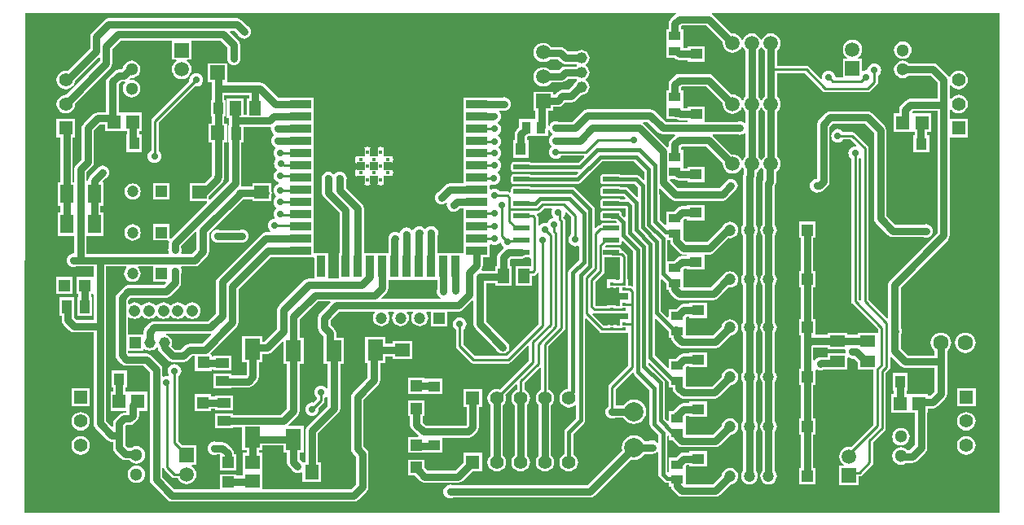
<source format=gtl>
%FSTAX23Y23*%
%MOIN*%
%SFA1B1*%

%IPPOS*%
%AMD44*
4,1,8,0.033500,-0.008900,0.033500,0.008900,0.031500,0.010800,-0.031500,0.010800,-0.033500,0.008900,-0.033500,-0.008900,-0.031500,-0.010800,0.031500,-0.010800,0.033500,-0.008900,0.0*
1,1,0.003898,0.031500,-0.008900*
1,1,0.003898,0.031500,0.008900*
1,1,0.003898,-0.031500,0.008900*
1,1,0.003898,-0.031500,-0.008900*
%
%ADD16C,0.015748*%
%ADD17C,0.010000*%
%ADD20R,0.035433X0.035433*%
%ADD21R,0.035433X0.088582*%
%ADD22R,0.088582X0.035433*%
%ADD23R,0.015748X0.014961*%
%ADD24R,0.053937X0.075197*%
%ADD25C,0.078740*%
%ADD26R,0.039370X0.049212*%
%ADD27R,0.051181X0.043307*%
%ADD28R,0.049689X0.037594*%
%ADD29R,0.059378X0.047500*%
%ADD30R,0.047500X0.059378*%
%ADD31R,0.043307X0.051181*%
%ADD32R,0.062992X0.085827*%
%ADD33R,0.062992X0.086614*%
%ADD34R,0.037594X0.049689*%
%ADD35R,0.053342X0.057563*%
%ADD36R,0.045275X0.045275*%
%ADD37R,0.061024X0.053150*%
%ADD38R,0.047244X0.047244*%
%ADD39R,0.059055X0.055118*%
%ADD40R,0.041339X0.057087*%
%ADD41R,0.043307X0.053150*%
%ADD42R,0.055118X0.059055*%
%ADD43R,0.047244X0.047244*%
G04~CAMADD=44~8~0.0~0.0~216.5~669.3~19.5~0.0~15~0.0~0.0~0.0~0.0~0~0.0~0.0~0.0~0.0~0~0.0~0.0~0.0~270.0~670.0~217.0*
%ADD44D44*%
%ADD45R,0.055441X0.039626*%
%ADD65C,0.045275*%
%ADD68C,0.047244*%
%ADD70C,0.055118*%
%ADD71R,0.055118X0.055118*%
%ADD74R,0.045275X0.045275*%
%ADD76R,0.055118X0.055118*%
%ADD79C,0.030000*%
%ADD80C,0.062992*%
%ADD81R,0.062992X0.062992*%
%ADD82C,0.059055*%
%ADD83R,0.059055X0.059055*%
%ADD84C,0.015748*%
%ADD85R,0.059055X0.059055*%
%ADD86C,0.051181*%
%ADD87R,0.051181X0.051181*%
%ADD88C,0.047559*%
%ADD89C,0.137795*%
%ADD90C,0.027559*%
%LNpcb1-1*%
%LPD*%
G36*
X10821Y05327D02*
X10828Y05319D01*
X1083Y05317*
Y05239*
Y05128*
X10828Y05126*
X10821Y05118*
X10819Y05113*
X10814*
X10812Y05118*
X10805Y05126*
X10803Y05128*
Y05317*
X10805Y05319*
X10812Y05327*
X10814Y05332*
X10819*
X10821Y05327*
G37*
G36*
X11791Y03425D02*
X07804D01*
X07801Y03428*
X07805Y05472*
X10467*
X10468Y05467*
X10462Y05463*
X10444Y05445*
X10439Y05437*
X10437Y05427*
Y05404*
X10427*
Y05348*
Y05343*
Y05342*
Y05286*
X10461*
X10462Y05285*
X1047Y05279*
X1048Y05277*
X10515*
Y05271*
X10586*
Y05334*
X10515*
Y05328*
X105*
X10497Y05332*
Y05347*
Y05348*
Y05404*
X10488*
Y05416*
X1049Y05419*
X1059*
X10659Y0535*
X10658Y05347*
X1066Y05337*
X10664Y05327*
X1067Y05319*
X10678Y05313*
X10688Y05309*
X10698Y05307*
X10709Y05309*
X10718Y05313*
X10727Y05319*
X10733Y05327*
X10735Y05332*
X1074*
X10743Y05327*
X10749Y05319*
X10752Y05317*
Y05128*
X10749Y05126*
X10743Y05118*
X1074Y05113*
X10735*
X10733Y05118*
X10727Y05126*
X10718Y05132*
X10709Y05136*
X10698Y05138*
X10695Y05137*
X10619Y05213*
X10611Y05219*
X10601Y05221*
X1048*
X1047Y05219*
X10462Y05213*
X10444Y05196*
X10439Y05188*
X10437Y05178*
Y05155*
X10427*
Y05098*
Y05094*
Y05037*
X10463*
X10466Y05036*
X1047*
X10475Y05033*
X10485Y05031*
X10515*
Y05025*
X10423*
X1038Y05069*
X10371Y05074*
X10362Y05076*
X10106*
X10096Y05074*
X10088Y05069*
X10044Y05025*
X09986*
X09983Y05026*
X09976Y05027*
X09969Y05026*
X09962Y05024*
X09956Y05019*
X09952Y05013*
X0995Y05008*
X09945Y05009*
Y05037*
X09943*
Y05069*
X09963*
Y05086*
X09983*
X09993Y05088*
X10001Y05094*
X10012Y05105*
X10039*
X10048Y05107*
X10057Y05112*
X10079Y05135*
X1008Y05135*
X10089Y05136*
X10097Y05139*
X10103Y05145*
X10109Y05151*
X10112Y05159*
X10113Y05168*
X10112Y05176*
X10109Y05184*
X10103Y05191*
X10099Y05194*
Y052*
X10103Y05204*
X10109Y0521*
X10112Y05218*
X10113Y05227*
X10112Y05235*
X10109Y05243*
X10103Y0525*
X10099Y05253*
Y05259*
X10103Y05263*
X10109Y05269*
X10112Y05277*
X10113Y05286*
X10112Y05294*
X10109Y05302*
X10103Y05309*
X10097Y05314*
X10089Y05318*
X1008Y05319*
X10072Y05318*
X10064Y05314*
X10062Y05313*
X10023*
X10012Y05325*
X10003Y0533*
X09994Y05332*
X09956*
X09952Y05337*
X09944Y05343*
X09934Y05347*
X09924Y05348*
X09914Y05347*
X09904Y05343*
X09896Y05337*
X09889Y05328*
X09885Y05319*
X09884Y05309*
X09885Y05298*
X09889Y05289*
X09896Y0528*
X09904Y05274*
X09914Y0527*
X09924Y05269*
X09934Y0527*
X09944Y05274*
X09952Y0528*
X09953Y05281*
X09983*
X09995Y0527*
X10003Y05264*
X10013Y05262*
X10058*
X1006Y0526*
X1006Y05255*
X10057Y05252*
X10013*
X10003Y0525*
X09995Y05244*
X09988Y05238*
X09951*
X09944Y05243*
X09934Y05247*
X09924Y05248*
X09914Y05247*
X09904Y05243*
X09896Y05237*
X09889Y05228*
X09885Y05219*
X09884Y05209*
X09885Y05198*
X09889Y05189*
X09896Y0518*
X09904Y05174*
X09914Y0517*
X09924Y05169*
X09934Y0517*
X09944Y05174*
X09952Y0518*
X09957Y05187*
X09998*
X10008Y05189*
X10017Y05194*
X10023Y05201*
X10061*
X10061Y052*
Y05194*
X10057Y05191*
X10052Y05184*
X10048Y05176*
X10048Y05176*
X10028Y05156*
X10002*
X09992Y05154*
X09984Y05148*
X09972Y05137*
X09963*
Y05148*
X09884*
Y05069*
X09892*
Y05041*
X09889Y05037*
X09884*
X09882*
X09826*
Y05004*
X09814Y04992*
X09809Y04984*
X09807Y04974*
Y04949*
X09801*
Y04878*
X09864*
Y04949*
X09858*
Y04963*
X09862Y04968*
X09882*
X09887*
X09889*
X09945*
Y0499*
X0995Y04991*
X09952Y04986*
X09956Y0498*
X0996Y04977*
X0996Y04976*
Y04972*
X0996Y04971*
X09956Y04968*
X09952Y04962*
X09949Y04956*
X09948Y04948*
X09949Y04941*
X09952Y04934*
X09956Y04929*
X09958Y04927*
Y04922*
X09956Y04921*
X09952Y04915*
X09949Y04908*
X09948Y04901*
X09949Y04894*
X09952Y04887*
X09956Y04881*
X09962Y04877*
X09969Y04874*
X09976Y04873*
X09983Y04874*
X0999Y04877*
X09996Y04881*
X09999Y04886*
X1009*
X10092Y04881*
X10069Y04858*
X09875*
X09872Y0486*
X09868Y04861*
X09805*
X098Y0486*
X09796Y04857*
X09793Y04853*
X09792Y04849*
Y04831*
X09793Y04826*
X09796Y04822*
X098Y0482*
X09805Y04819*
X09868*
X09872Y0482*
X09875Y04822*
X10066*
X10068Y04817*
X10059Y04808*
X09875*
X09872Y0481*
X09868Y04811*
X09805*
X098Y0481*
X09796Y04807*
X09793Y04803*
X09792Y04799*
Y04781*
X09793Y04776*
X09796Y04772*
X098Y0477*
X09805Y04769*
X09868*
X09872Y0477*
X09875Y04772*
X10066*
X10073Y04773*
X10079Y04777*
X10166Y04863*
X10295*
X10337Y04821*
Y04788*
X10333Y04786*
X10316Y04803*
X1031Y04807*
X10303Y04808*
X10303*
X10241*
X10238Y0481*
X10234Y04811*
X10171*
X10166Y0481*
X10162Y04807*
X10159Y04803*
X10159Y04799*
Y04781*
X10159Y04776*
X10162Y04772*
X10166Y0477*
X10171Y04769*
X10234*
X10238Y0477*
X10241Y04772*
X10295*
X10312Y04756*
Y0472*
X10307Y04718*
X10272Y04753*
X10266Y04757*
X10259Y04758*
X10241*
X10238Y0476*
X10234Y04761*
X10171*
X10166Y0476*
X10162Y04757*
X10159Y04753*
X10159Y04749*
Y04731*
X10159Y04726*
X10162Y04722*
X10166Y0472*
X10171Y04719*
X10234*
X10238Y0472*
X10241Y04722*
X10252*
X10261Y04713*
X10259Y04708*
X10241*
X10238Y0471*
X10234Y04711*
X10171*
X10166Y0471*
X10162Y04707*
X10159Y04703*
X10159Y04699*
Y04681*
X10159Y04676*
X10162Y04672*
X10166Y0467*
X10171Y04669*
X10234*
X10238Y0467*
X10241Y04672*
X1026*
Y04637*
X10256Y04635*
X10246Y04645*
Y04649*
X10245Y04653*
X10242Y04657*
X10238Y0466*
X10234Y04661*
X10171*
X10166Y0466*
X10162Y04657*
X10159Y04653*
X10159Y04649*
Y04631*
X10159Y04626*
X10162Y04622*
X10166Y0462*
X10171Y04619*
X10205*
X10205Y04619*
X1022*
X10223Y04615*
X10221Y04611*
X10171*
X10166Y0461*
X10162Y04607*
X10159Y04603*
X10159Y04601*
X10157*
X10151Y046*
X10146Y04597*
X10139Y04589*
X10134Y04591*
Y04666*
X10133Y04673*
X10129Y04679*
X10055Y04753*
X10049Y04757*
X10042Y04758*
X09875*
X09872Y0476*
X09868Y04761*
X09805*
X098Y0476*
X09796Y04757*
X09793Y04753*
X09792Y04749*
Y04737*
X09789Y04736*
X09787Y04735*
X09783Y04738*
X09777Y04739*
X09747*
X09744Y04744*
X09738Y04748*
X09731Y04751*
X09724Y04752*
X09717Y04751*
X0971Y04748*
X0971Y04748*
X09705Y0475*
Y04765*
X0971Y04768*
X09714Y04767*
X09721Y04766*
X09728Y04767*
X09735Y0477*
X0974Y04774*
X09745Y0478*
X09748Y04786*
X09749Y04794*
X09748Y04801*
X09745Y04808*
X0974Y04813*
X09737Y04816*
X09738Y04822*
X09738Y04822*
X09744Y04826*
X09748Y04832*
X09751Y04839*
X09752Y04846*
X09751Y04853*
X09748Y0486*
X09744Y04866*
X0974Y04869*
X09739Y04869*
Y04874*
X0974Y04875*
X09744Y04877*
X09748Y04883*
X09751Y0489*
X09752Y04897*
X09751Y04904*
X09748Y04911*
X09744Y04917*
X09742Y04918*
Y04923*
X09744Y04925*
X09748Y0493*
X09751Y04937*
X09752Y04944*
X09751Y04952*
X09748Y04958*
X09744Y04964*
X0974Y04967*
X09739Y04968*
Y04972*
X0974Y04973*
X09744Y04976*
X09748Y04982*
X09751Y04988*
X09752Y04996*
X09751Y05003*
X09748Y05009*
X09744Y05015*
X09739Y05019*
X09739Y0502*
Y05023*
X09739Y05024*
X09744Y05028*
X09748Y05034*
X09751Y0504*
X09752Y05048*
X09751Y05055*
X09748Y05061*
X09744Y05067*
X09744Y05068*
X09745Y05072*
X09754*
X09756Y05071*
X09763Y0507*
X0977Y05071*
X09777Y05074*
X09783Y05078*
X09787Y05084*
X0979Y05091*
X09791Y05098*
X0979Y05105*
X09787Y05112*
X09783Y05118*
X09777Y05122*
X0977Y05125*
X09763Y05126*
X09756Y05125*
X09752Y05123*
X09705*
Y05125*
X09597*
Y0507*
Y0502*
Y0497*
Y0492*
Y0487*
Y0482*
Y04773*
X09541*
X09531Y04771*
X09523Y04766*
X09497Y0474*
X09493Y04738*
X09488Y04734*
X09483Y04728*
X09481Y04721*
X0948Y04714*
X09481Y04707*
X09483Y047*
X09488Y04694*
X09493Y0469*
X095Y04687*
X09507Y04686*
X09515Y04687*
X09521Y0469*
X09525Y04693*
X0953Y0469*
X09529Y04685*
X0953Y04677*
X09533Y04671*
X09537Y04665*
X09543Y0466*
X09549Y04658*
X09557Y04657*
X09564Y04658*
X0957Y0466*
X09576Y04665*
X09581Y04671*
X09581Y04672*
X09597*
Y0462*
Y0457*
Y0452*
Y04491*
X09594Y04487*
X09491*
Y04559*
X09493Y04563*
X09494Y0457*
X09493Y04578*
X0949Y04584*
X09486Y0459*
X0948Y04594*
X09473Y04597*
X09466Y04598*
X09459Y04597*
X09452Y04594*
X09446Y0459*
X09444Y04587*
X09438*
X09436Y0459*
X0943Y04594*
X09424Y04597*
X09417Y04598*
X09409Y04597*
X09403Y04594*
X09397Y0459*
X09392Y04584*
X09392Y04583*
X09386Y04582*
X09385Y04585*
X09379Y04589*
X09372Y04592*
X09365Y04593*
X09358Y04592*
X09351Y04589*
X09345Y04585*
X09341Y04579*
X09339Y04573*
X09334Y0457*
X09333Y04571*
X09326Y04574*
X09319Y04575*
X09312Y04574*
X09305Y04571*
X09299Y04567*
X09295Y04561*
X09292Y04554*
X09291Y04549*
X0929Y04544*
Y04487*
X09191*
Y04669*
X09189Y04679*
X09184Y04687*
X09118Y04754*
Y04783*
X09119Y04787*
X0912Y04794*
X09119Y04801*
X09116Y04808*
X09112Y04813*
X09106Y04818*
X09099Y04821*
X09092Y04822*
X09085Y04821*
X09078Y04818*
X09072Y04813*
X09071Y04811*
X09066*
X09064Y04812*
X09059Y04817*
X09052Y0482*
X09045Y04821*
X09038Y0482*
X09031Y04817*
X09025Y04812*
X09021Y04807*
X09018Y048*
X09017Y04793*
X09018Y04786*
X09019Y04782*
Y04734*
X09021Y04724*
X09027Y04716*
X0909Y04652*
Y04487*
X09088*
Y04383*
X09044*
Y04487*
X08991*
X08988*
X08986Y04491*
Y04519*
Y04569*
Y04619*
Y04669*
Y04719*
Y04769*
Y04819*
Y04869*
Y04919*
Y04969*
Y05019*
Y05069*
Y05125*
X08877*
Y05123*
X0884*
X08784Y05179*
X08775Y05184*
X08766Y05186*
X08636*
X08632Y05186*
Y05265*
X08552*
Y05186*
X08568*
Y05161*
Y05115*
X08564*
Y05046*
X08568*
Y05018*
X08554*
Y04939*
X08568*
Y04809*
X08567Y04802*
X08539Y04774*
X08477*
Y04699*
X08547*
X08549Y04694*
X084Y04546*
X08395Y04548*
Y04571*
X08395Y04572*
X08395Y04573*
Y04606*
X08363*
X08362Y04606*
X08361Y04606*
X08328*
Y04573*
X08328Y04572*
X08328Y04571*
Y04539*
X08361*
X08362Y04539*
X08363Y04539*
X08389*
X08393Y04534*
X08391Y04527*
Y04511*
X0839Y04508*
X08389Y04501*
X0839Y04494*
X08392Y04489*
X0839Y04484*
X08056*
Y04558*
X08124*
Y04653*
X08112*
Y04682*
X08124*
Y04777*
X08123*
X08121Y04782*
X08132Y04793*
X08135Y04794*
X08141Y04799*
X08146Y04805*
X08148Y04811*
X08149Y04818*
X08148Y04826*
X08146Y04832*
X08141Y04838*
X08135Y04842*
X08129Y04845*
X08122Y04846*
X08114Y04845*
X08108Y04842*
X08102Y04838*
X08097Y04832*
X08096Y04829*
X08069Y04802*
X08063Y04794*
X08061Y04784*
X08056Y04784*
Y04822*
X08079Y04844*
X08084Y04852*
X08086Y04862*
Y04989*
X0811Y05013*
X08132*
Y04986*
X08204*
X08209*
X0821*
X0822*
Y04973*
X08218*
Y04902*
X08281*
Y04973*
X08271*
Y04986*
X08282*
Y05064*
X0821*
X08205*
X08204*
X08187*
Y05179*
X08197Y05189*
X08209*
X0821Y05189*
X08213Y05185*
X08209Y05179*
X08205Y0517*
X08204Y05161*
X08205Y05152*
X08209Y05143*
X08214Y05136*
X08222Y0513*
X0823Y05126*
X0824Y05125*
X08249Y05126*
X08258Y0513*
X08265Y05136*
X08271Y05143*
X08274Y05152*
X08276Y05161*
X08274Y0517*
X08271Y05179*
X08265Y05186*
X08258Y05192*
X08249Y05196*
X0824Y05197*
X08233Y05196*
X08231Y05201*
X08235Y05204*
X0824Y05204*
X08249Y05205*
X08258Y05209*
X08265Y05214*
X08271Y05222*
X08274Y0523*
X08276Y0524*
X08274Y05249*
X08271Y05258*
X08265Y05265*
X08258Y05271*
X08249Y05274*
X0824Y05276*
X0823Y05274*
X08222Y05271*
X08214Y05265*
X08209Y05258*
X08205Y05249*
X08205Y05246*
X08198Y0524*
X08187*
X08177Y05238*
X08169Y05232*
X08143Y05207*
X08138Y05199*
X08136Y05189*
Y05064*
X081*
X0809Y05062*
X08082Y05057*
X08043Y05018*
X08037Y05009*
X08035Y05*
Y04872*
X08013Y0485*
X08007Y04842*
X08006Y04832*
Y04777*
X07998*
Y04962*
X08008*
Y04998*
X08008Y05*
X08008Y05001*
Y05037*
X07971*
X0797Y05037*
X07969Y05037*
X07932*
Y05001*
X07932Y05*
X07932Y04998*
Y04962*
X07947*
Y04777*
X07938*
Y04682*
X07947*
Y04653*
X07938*
Y04558*
X08006*
Y04489*
X08002Y04486*
X08001Y04486*
X07994Y04485*
X07988Y04482*
X07982Y04478*
X07977Y04472*
X07975Y04465*
X07974Y04458*
X07975Y04451*
X07977Y04444*
X07982Y04439*
X07988Y04434*
X07994Y04431*
X08001Y0443*
X08009Y04431*
X08012Y04433*
X08084*
Y04392*
X08081Y04389*
X08079*
X08014*
Y04321*
X08022*
Y04306*
X08017*
Y04229*
X08078*
Y04306*
X08073*
Y04318*
X08076Y04321*
X08081Y04321*
X08084Y04318*
Y04214*
X08014*
X08005Y04223*
Y04229*
X08005*
Y04306*
X07944*
Y04229*
X07954*
Y04213*
X07956Y04203*
X07961Y04195*
X07985Y0417*
X07994Y04165*
X08003Y04163*
X08084*
Y03789*
X08086Y03779*
X08092Y03771*
X08141Y03722*
X08149Y03716*
X08159Y03714*
X08163*
Y0369*
X08165Y03681*
X0817Y03672*
X08196Y03647*
X08204Y03641*
X08214Y03639*
X08231*
X08234Y03636*
X08241Y0363*
X0825Y03626*
X08259Y03625*
X08269Y03626*
X08277Y0363*
X08285Y03636*
X0829Y03643*
X08294Y03652*
X08295Y03661*
X08294Y0367*
X0829Y03679*
X08285Y03686*
X08277Y03692*
X08269Y03696*
X08259Y03697*
X0825Y03696*
X08241Y03692*
X08239Y0369*
X08225*
X08214Y03701*
Y0374*
Y03778*
X08219Y03783*
X08231*
X08241Y03785*
X08249Y03791*
X08262Y03803*
X08268Y03812*
X0827Y03821*
Y03842*
X08303*
Y03919*
X08231*
X0823*
X08226*
X08215*
Y03936*
X0822*
Y04008*
X08157*
Y03936*
X08164*
Y03919*
X08153*
Y03842*
X08219*
Y03834*
X08208*
X08198Y03832*
X0819Y03827*
X0817Y03807*
X08165Y03799*
X08163Y03789*
Y03778*
X08158Y03776*
X08135Y03799*
Y04188*
Y04433*
X08218*
X08219Y04428*
X08219Y04427*
X08213Y0442*
X0821Y04412*
X08209Y04403*
X0821Y04394*
X08213Y04386*
X08219Y04379*
X08226Y04374*
X08234Y0437*
X08243Y04369*
X08251Y0437*
X0826Y04374*
X08267Y04379*
X08272Y04386*
X08275Y04394*
X08277Y04403*
X08275Y04412*
X08272Y0442*
X08267Y04427*
X08266Y04428*
X08267Y04433*
X08327*
Y04404*
X08327Y04403*
X08327Y04402*
Y04369*
X0836*
X08361Y04369*
X08362Y04369*
X08378*
X0838Y04365*
X08371Y04356*
X08226*
X08216Y04354*
X08208Y04348*
X08182Y04322*
X08176Y04314*
X08174Y04304*
Y04069*
X08176Y04059*
X08182Y04051*
X08199Y04034*
X08208Y04028*
X08217Y04026*
X08289*
X08314Y04001*
Y03561*
X08316Y03551*
X08322Y03543*
X08387Y03477*
X08395Y03472*
X08405Y0347*
X09149*
X09159Y03472*
X09167Y03477*
X09202Y03512*
X09207Y0352*
X09209Y0353*
Y03665*
X09207Y03675*
X09202Y03683*
X09188Y03696*
Y03887*
X0925Y03948*
X09255Y03956*
X09257Y03966*
Y04037*
X09279*
Y04065*
X09308*
Y04053*
X09387*
Y04128*
X09308*
Y04116*
X09279*
Y04144*
X09196*
Y04037*
X09206*
Y03977*
X09145Y03915*
X09139Y03907*
X09137Y03897*
Y03686*
X09139Y03676*
X09145Y03668*
X09158Y03654*
Y03541*
X09138Y03521*
X08776*
Y0359*
Y03592*
Y03595*
Y03597*
Y03669*
X08761*
Y0368*
X08774*
Y037*
X0886*
Y03672*
X08876*
Y03631*
X08878Y03621*
X08884Y03613*
X08893Y03603*
X08895Y036*
X08899Y03594*
X08905Y0359*
X08912Y03587*
X08919Y03586*
X08926Y03587*
X08933Y0359*
X08934Y03591*
X08939Y03588*
Y03552*
X09014*
Y03632*
X09002*
Y0375*
X09086Y03833*
X09091Y03841*
X09093Y03851*
Y04033*
X09109*
Y0414*
X09077*
Y04159*
X09075Y04168*
X09069Y04177*
X09053Y04193*
Y04212*
X09089Y04248*
X09233*
X09235Y04243*
X09232Y04239*
X09229Y04231*
X09227Y04222*
X09229Y04213*
X09232Y04205*
X09237Y04198*
X09244Y04193*
X09253Y04189*
X09261Y04188*
X0927Y04189*
X09278Y04193*
X09285Y04198*
X09291Y04205*
X09294Y04213*
X09295Y04222*
X09294Y04231*
X09291Y04239*
X09287Y04243*
X0929Y04248*
X09311*
X09314Y04243*
X09311Y04239*
X09307Y04231*
X09306Y04222*
X09307Y04213*
X09311Y04205*
X09316Y04198*
X09323Y04193*
X09331Y04189*
X0934Y04188*
X09349Y04189*
X09357Y04193*
X09364Y04198*
X09369Y04205*
X09373Y04213*
X09374Y04222*
X09373Y04231*
X09369Y04239*
X09366Y04243*
X09369Y04248*
X0939*
X09393Y04243*
X09389Y04239*
X09386Y04231*
X09385Y04222*
X09386Y04213*
X09389Y04205*
X09395Y04198*
X09402Y04193*
X0941Y04189*
X09419Y04188*
X09428Y04189*
X09436Y04193*
X09443Y04198*
X09448Y04205*
X09452Y04213*
X09453Y04222*
X09452Y04231*
X09448Y04239*
X09445Y04243*
X09447Y04248*
X09464*
Y04223*
X09464Y04222*
X09464Y04221*
Y04188*
X09497*
X09498Y04188*
X09499Y04188*
X09531*
Y04221*
X09531Y04222*
X09531Y04223*
Y04248*
X09578*
X09588Y0425*
X09596Y04256*
X09635Y04294*
X09639Y04292*
Y04196*
X09641Y04187*
X09647Y04178*
X0973Y04095*
X09732Y0409*
X09737Y04084*
X09742Y0408*
X09749Y04077*
X09756Y04076*
X09759Y04076*
X09759Y04076*
X0976Y04077*
X09764Y04077*
X09765Y04077*
X09769Y04078*
X09777Y04084*
X09783Y04092*
X09785Y04102*
X09784Y04108*
X09783Y04111*
X0978Y04118*
X09776Y04123*
X0977Y04128*
X09769Y04129*
X0969Y04207*
Y04364*
X09728*
Y04354*
X09796*
Y04433*
X09787*
Y04461*
X09791Y04464*
X09836*
X09846Y04466*
X0985Y04469*
X09868*
X09868Y04469*
X09873Y04465*
Y04433*
X09811*
Y04354*
X09878*
Y04394*
X09881*
X09887Y04395*
X09892Y04398*
X09899Y04405*
X099Y04407*
X09905Y04406*
Y04198*
X09774Y04066*
X09645*
X09597Y04113*
Y04173*
X09602Y04177*
X09606Y04182*
X09609Y04189*
X0961Y04196*
X09609Y04204*
X09606Y0421*
X09602Y04216*
X09596Y0422*
X09589Y04223*
X09582Y04224*
X09575Y04223*
X09568Y0422*
X09563Y04216*
X09558Y0421*
X09555Y04204*
X09554Y04196*
X09555Y04189*
X09558Y04182*
X09563Y04177*
X09567Y04173*
Y04107*
X09568Y04101*
X09571Y04096*
X09627Y0404*
X09632Y04037*
X09638Y04035*
X0978*
X09786Y04037*
X09791Y0404*
X09861Y0411*
X09866Y04108*
Y04047*
X09747Y03928*
X09744Y0393*
X09734Y03931*
X09724Y0393*
X09715Y03926*
X09707Y0392*
X09701Y03912*
X09697Y03903*
X09696Y03893*
X09697Y03883*
X09701Y03874*
X09707Y03866*
X09708Y03865*
Y03659*
X09707Y03658*
X09701Y0365*
X09697Y03641*
X09696Y03631*
X09697Y03622*
X09701Y03612*
X09707Y03605*
X09715Y03599*
X09724Y03595*
X09734Y03594*
X09744Y03595*
X09753Y03599*
X09761Y03605*
X09767Y03612*
X0977Y03622*
X09772Y03631*
X0977Y03641*
X09767Y0365*
X09761Y03658*
X09759Y03659*
Y03865*
X09761Y03866*
X09767Y03874*
X0977Y03883*
X09772Y03893*
X0977Y03903*
X09769Y03907*
X09812Y0395*
X09817Y03948*
Y03928*
X09813Y03926*
X09805Y0392*
X09799Y03912*
X09796Y03903*
X09794Y03893*
X09796Y03883*
X09799Y03874*
X09805Y03866*
X09807Y03865*
Y03659*
X09805Y03658*
X09799Y0365*
X09796Y03641*
X09794Y03631*
X09796Y03622*
X09799Y03612*
X09805Y03605*
X09813Y03599*
X09822Y03595*
X09832Y03594*
X09842Y03595*
X09851Y03599*
X09859Y03605*
X09865Y03612*
X09869Y03622*
X0987Y03631*
X09869Y03641*
X09865Y0365*
X09859Y03658*
X09858Y03659*
Y03865*
X09859Y03866*
X09865Y03874*
X09869Y03883*
X0987Y03893*
X09869Y03903*
X09865Y03912*
X09859Y0392*
X09851Y03926*
X09847Y03928*
Y03957*
X0991Y0402*
X09915Y04018*
Y03928*
X09912Y03926*
X09904Y0392*
X09898Y03912*
X09894Y03903*
X09893Y03893*
X09894Y03883*
X09898Y03874*
X09904Y03866*
X09905Y03865*
Y03659*
X09904Y03658*
X09898Y0365*
X09894Y03641*
X09893Y03631*
X09894Y03622*
X09898Y03612*
X09904Y03605*
X09912Y03599*
X09921Y03595*
X09931Y03594*
X0994Y03595*
X0995Y03599*
X09957Y03605*
X09963Y03612*
X09967Y03622*
X09968Y03631*
X09967Y03641*
X09963Y0365*
X09957Y03658*
X09956Y03659*
Y03865*
X09957Y03866*
X09963Y03874*
X09967Y03883*
X09968Y03893*
X09967Y03903*
X09963Y03912*
X09957Y0392*
X0995Y03926*
X09946Y03928*
Y04107*
X1001Y04171*
X10013Y04176*
X10015Y04182*
Y04617*
X10013Y04623*
X1001Y04628*
X10008Y0463*
X10006Y04634*
X1001Y0464*
X10013Y04647*
X10014Y04653*
X10018Y04656*
X10039Y04635*
Y04566*
X10035Y04562*
X10031Y04557*
X10028Y0455*
X10027Y04543*
X10028Y04535*
X10031Y04529*
X10035Y04523*
X10041Y04519*
X10047Y04516*
X10055Y04515*
X10062Y04516*
X10067Y04518*
X10072Y04515*
Y0446*
X10031Y04419*
X10027Y04413*
X10026Y04406*
X10026*
Y03931*
X10019Y0393*
X1001Y03926*
X10002Y0392*
X09996Y03912*
X09992Y03903*
X09991Y03893*
X09992Y03883*
X09996Y03874*
X10002Y03866*
X1001Y0386*
X10019Y03857*
X10029Y03855*
X10039Y03857*
X10048Y0386*
X10054Y03865*
X10059Y03863*
Y03811*
X10016Y03768*
X10012Y03762*
X10011Y03755*
Y03664*
X1001Y03664*
X10002Y03658*
X09996Y0365*
X09992Y03641*
X09991Y03631*
X09992Y03622*
X09996Y03612*
X10002Y03605*
X1001Y03599*
X10019Y03595*
X10029Y03594*
X10039Y03595*
X10048Y03599*
X10056Y03605*
X10062Y03612*
X10066Y03622*
X10067Y03631*
X10066Y03641*
X10062Y0365*
X10056Y03658*
X10048Y03664*
X10047Y03664*
Y03748*
X1009Y03791*
X10094Y03797*
X10096Y03803*
Y04218*
X101Y0422*
X10155Y04165*
X10159Y04162*
X10165Y04161*
X10188*
Y04159*
X10224*
Y04161*
X10238*
Y04159*
X10272*
Y04026*
X10195Y03949*
X10192Y03944*
X10191Y03938*
Y03861*
X10187Y03858*
X10182Y03852*
X10179Y03845*
X10178Y03838*
X10179Y03831*
X10182Y03824*
X10187Y03818*
X10192Y03814*
X10199Y03811*
X10206Y0381*
X10213Y03811*
X10217Y03813*
X10252*
X1026Y03803*
X1027Y03795*
X10282Y0379*
X10295Y03788*
X10308Y0379*
X1032Y03795*
X1033Y03803*
X10338Y03813*
X10343Y03825*
X10345Y03838*
X10343Y03851*
X10338Y03863*
X1033Y03873*
X1032Y03881*
X10308Y03886*
X10295Y03888*
X10282Y03886*
X1027Y03881*
X1026Y03873*
X10252Y03864*
X10221*
Y03932*
X10287Y03998*
X10293Y03996*
X10294Y03993*
X10298Y03987*
X10359Y03925*
Y03787*
X1036Y0378*
X10364Y03774*
X10395Y03744*
Y03713*
X1039Y03712*
X10389Y03712*
X10383Y03716*
X10377Y03719*
X1037Y0372*
X10362Y03719*
X10356Y03716*
X10355Y03716*
X10337*
X1033Y03726*
X1032Y03734*
X10308Y03739*
X10295Y0374*
X10282Y03739*
X1027Y03734*
X1026Y03726*
X10252Y03715*
X10247Y03703*
X10245Y0369*
X10247Y03678*
X10105Y03537*
X09553*
X0955Y03538*
X09543Y03539*
X09536Y03538*
X09529Y03535*
X09523Y03531*
X09519Y03525*
X09516Y03519*
X09515Y03511*
X09516Y03504*
X09519Y03497*
X09523Y03492*
X09529Y03487*
X09536Y03484*
X09543Y03484*
X0955Y03484*
X09553Y03486*
X10116*
X10125Y03488*
X10134Y03493*
X10283Y03642*
X10295Y03641*
X10308Y03642*
X1032Y03647*
X1033Y03655*
X10337Y03665*
X10367*
X1037Y03665*
X10377Y03666*
X10383Y03668*
X10389Y03673*
X1039Y03673*
X10395Y03672*
Y03582*
X10396Y03575*
X104Y03569*
X10418Y03552*
X10424Y03548*
X10431Y03546*
X10437*
Y03531*
X10447*
X10448Y03525*
X10454Y03517*
X10474Y03497*
X10482Y03492*
X10492Y0349*
X10629*
X10639Y03492*
X10647Y03497*
X10691Y03541*
X10697Y03542*
X10705Y03545*
X10712Y0355*
X10718Y03557*
X10721Y03566*
X10722Y03574*
X10721Y03583*
X10718Y03591*
X10712Y03598*
X10705Y03604*
X10697Y03607*
X10688Y03608*
X1068Y03607*
X10672Y03604*
X10664Y03598*
X10659Y03591*
X10656Y03583*
X10655Y03577*
X10619Y03541*
X10507*
Y03587*
Y03592*
Y03594*
Y03617*
X1051Y0362*
X10522*
Y03614*
X10593*
Y03677*
X10522*
Y03671*
X10499*
X1049Y03669*
X10481Y03663*
X10468Y0365*
X10437*
Y03592*
X10435Y03591*
X10431Y03593*
Y03738*
X10436Y03741*
X10437Y0374*
Y03721*
X10453*
X10454Y0372*
X10474Y037*
X10482Y03694*
X10492Y03693*
X10629*
X10639Y03694*
X10647Y037*
X10691Y03743*
X10697Y03744*
X10705Y03748*
X10712Y03753*
X10718Y0376*
X10721Y03768*
X10722Y03777*
X10721Y03786*
X10718Y03794*
X10712Y03801*
X10705Y03806*
X10697Y0381*
X10688Y03811*
X1068Y0381*
X10672Y03806*
X10664Y03801*
X10659Y03794*
X10656Y03786*
X10655Y0378*
X10619Y03743*
X10507*
Y03777*
Y03779*
Y03782*
Y03819*
X1051Y03822*
X10522*
Y03816*
X10593*
Y0388*
X10522*
Y03873*
X10499*
X1049Y03871*
X10481Y03866*
X10464Y03848*
X10463Y03847*
X10462Y03847*
X10454Y03842*
X10453Y0384*
X10437*
Y03802*
X10432Y038*
X10421Y03811*
Y03956*
X1042Y03963*
X10416Y03969*
X10354Y04031*
Y04036*
X10359Y04038*
X10437Y0396*
Y03936*
X10454*
Y03934*
X10455Y03925*
X10461Y03916*
X10479Y03899*
X10487Y03893*
X10497Y03891*
X10625*
X10635Y03893*
X10644Y03899*
X10691Y03946*
X10697Y03947*
X10705Y0395*
X10712Y03956*
X10718Y03963*
X10721Y03971*
X10722Y0398*
X10721Y03989*
X10718Y03997*
X10712Y04004*
X10705Y04009*
X10697Y04013*
X10688Y04014*
X1068Y04013*
X10672Y04009*
X10664Y04004*
X10659Y03997*
X10656Y03989*
X10655Y03982*
X10615Y03942*
X10507*
X10507Y03943*
Y03993*
Y03994*
Y03998*
Y04022*
X1051Y04025*
X10522*
Y04019*
X10593*
Y04082*
X10522*
Y04076*
X10499*
X1049Y04074*
X10481Y04069*
X10468Y04055*
X10437*
Y04018*
X10432Y04017*
X1038Y04069*
Y04218*
X10385Y0422*
X10437Y04168*
Y04139*
X10447*
X10448Y04133*
X10454Y04125*
X10474Y04105*
X10482Y041*
X10492Y04098*
X10629*
X10639Y041*
X10647Y04105*
X10691Y04149*
X10697Y0415*
X10705Y04153*
X10712Y04159*
X10718Y04166*
X10721Y04174*
X10722Y04183*
X10721Y04191*
X10718Y042*
X10712Y04207*
X10705Y04212*
X10697Y04215*
X10688Y04216*
X1068Y04215*
X10672Y04212*
X10664Y04207*
X10659Y042*
X10656Y04191*
X10655Y04185*
X10619Y04149*
X10507*
Y04195*
Y04197*
Y042*
Y04225*
X1051Y04228*
X10522*
Y04222*
X10593*
Y04285*
X10522*
Y04279*
X10499*
X1049Y04277*
X10481Y04271*
X10468Y04258*
X10437*
Y04226*
X10432Y04224*
X10406Y0425*
Y04378*
X10411Y0438*
X10427Y04364*
Y04336*
X10437*
X10439Y0433*
X10444Y04322*
X10464Y04302*
X10472Y04297*
X10482Y04295*
X1062*
X10629Y04297*
X10638Y04302*
X10682Y04346*
X10688Y04346*
X10697Y04347*
X10705Y0435*
X10712Y04355*
X10718Y04362*
X10721Y04371*
X10722Y04379*
X10721Y04388*
X10718Y04396*
X10712Y04403*
X10705Y04409*
X10697Y04412*
X10688Y04413*
X1068Y04412*
X10672Y04409*
X10664Y04403*
X10659Y04396*
X10659Y04396*
X10609Y04346*
X10497*
Y04392*
Y04394*
Y04397*
Y04422*
X105Y04425*
X10512*
Y04419*
X10583*
Y04482*
X10604*
X10614Y04484*
X10622Y04489*
X10682Y04549*
X10688Y04548*
X10697Y04549*
X10705Y04553*
X10712Y04558*
X10718Y04565*
X10721Y04573*
X10722Y04582*
X10721Y04591*
X10718Y04599*
X10712Y04606*
X10705Y04612*
X10697Y04615*
X10688Y04616*
X1068Y04615*
X10672Y04612*
X10664Y04606*
X10659Y04599*
X10659Y04598*
X10593Y04533*
X10508*
X10497Y04544*
Y04595*
Y046*
Y04601*
Y04624*
X105Y04628*
X10512*
Y04621*
X10583*
Y04685*
X10512*
Y04679*
X1049*
X1048Y04677*
X10471Y04671*
X10458Y04658*
X10427*
Y04605*
X10422Y04603*
X104Y04625*
Y04727*
X10399Y04728*
Y0475*
X10404Y04752*
X10446Y0471*
X10454Y04704*
X10464Y04702*
X10657*
X10667Y04704*
X10675Y0471*
X10703Y04738*
X10706Y04739*
X10712Y04744*
X10716Y04749*
X10719Y04756*
X1072Y04763*
X10719Y0477*
X10716Y04777*
X10712Y04783*
X10706Y04787*
X107Y0479*
X10692Y04791*
X10685Y0479*
X10679Y04787*
X10673Y04783*
X10668Y04777*
X10667Y04774*
X10646Y04753*
X10475*
X10441Y04787*
X10444Y04792*
X10461*
X10461Y04791*
X1047Y04786*
X10479Y04784*
X10514*
Y04777*
X10585*
Y04841*
X10514*
Y04835*
X10497*
Y04849*
Y04853*
Y0491*
X10488*
Y04922*
X1049Y04925*
X1059*
X10659Y04856*
X10658Y04853*
X1066Y04843*
X10664Y04833*
X1067Y04825*
X10678Y04818*
X10688Y04814*
X10698Y04813*
X10709Y04814*
X10718Y04818*
X10727Y04825*
X10733Y04833*
X10735Y04838*
X1074*
X10743Y04833*
X10746Y04828*
Y04813*
X10744Y04809*
X10742Y048*
Y04604*
X10738Y04599*
X10734Y04591*
X10733Y04582*
X10734Y04573*
X10738Y04565*
X10742Y0456*
Y04401*
X10738Y04396*
X10734Y04388*
X10733Y04379*
X10734Y04371*
X10738Y04362*
X10742Y04357*
Y04205*
X10738Y042*
X10734Y04191*
X10733Y04183*
X10734Y04174*
X10738Y04166*
X10742Y04161*
Y04002*
X10738Y03997*
X10734Y03989*
X10733Y0398*
X10734Y03971*
X10738Y03963*
X10742Y03958*
Y03799*
X10738Y03794*
X10734Y03786*
X10733Y03777*
X10734Y03768*
X10738Y0376*
X10742Y03755*
Y03596*
X10738Y03591*
X10734Y03583*
X10733Y03574*
X10734Y03566*
X10738Y03557*
X10743Y0355*
X1075Y03545*
X10758Y03542*
X10767Y0354*
X10776Y03542*
X10784Y03545*
X10791Y0355*
X10797Y03557*
X108Y03566*
X10801Y03574*
X108Y03583*
X10797Y03591*
X10793Y03596*
Y03755*
X10797Y0376*
X108Y03768*
X10801Y03777*
X108Y03786*
X10797Y03794*
X10793Y03799*
Y03958*
X10797Y03963*
X108Y03971*
X10801Y0398*
X108Y03989*
X10797Y03997*
X10793Y04002*
Y04161*
X10797Y04166*
X108Y04174*
X10801Y04183*
X108Y04191*
X10797Y042*
X10793Y04205*
Y04357*
X10797Y04362*
X108Y04371*
X10801Y04379*
X108Y04388*
X10797Y04396*
X10793Y04401*
Y0456*
X10797Y04565*
X108Y04573*
X10801Y04582*
X108Y04591*
X10797Y04599*
X10793Y04604*
Y04791*
X10795Y04794*
X10797Y04804*
Y04818*
X10797*
X10805Y04825*
X10812Y04833*
X10814Y04838*
X10819*
X10821Y04833*
X10826Y04827*
Y04788*
X10822Y04783*
X1082Y04773*
Y04604*
X10817Y04599*
X10813Y04591*
X10812Y04582*
X10813Y04573*
X10817Y04565*
X1082Y0456*
Y04401*
X10817Y04396*
X10813Y04388*
X10812Y04379*
X10813Y04371*
X10817Y04362*
X1082Y04357*
Y04205*
X10817Y042*
X10813Y04191*
X10812Y04183*
X10813Y04174*
X10817Y04166*
X1082Y04161*
Y04002*
X10817Y03997*
X10813Y03989*
X10812Y0398*
X10813Y03971*
X10817Y03963*
X1082Y03958*
Y03799*
X10817Y03794*
X10813Y03786*
X10812Y03777*
X10813Y03768*
X10817Y0376*
X1082Y03755*
Y03596*
X10817Y03591*
X10813Y03583*
X10812Y03574*
X10813Y03566*
X10817Y03557*
X10822Y0355*
X10829Y03545*
X10837Y03542*
X10846Y0354*
X10855Y03542*
X10863Y03545*
X1087Y0355*
X10875Y03557*
X10879Y03566*
X1088Y03574*
X10879Y03583*
X10875Y03591*
X10871Y03596*
Y03755*
X10875Y0376*
X10879Y03768*
X1088Y03777*
X10879Y03786*
X10875Y03794*
X10871Y03799*
Y03958*
X10875Y03963*
X10879Y03971*
X1088Y0398*
X10879Y03989*
X10875Y03997*
X10871Y04002*
Y04161*
X10875Y04166*
X10879Y04174*
X1088Y04183*
X10879Y04191*
X10875Y042*
X10871Y04205*
Y04357*
X10875Y04362*
X10879Y04371*
X1088Y04379*
X10879Y04388*
X10875Y04396*
X10871Y04401*
Y0456*
X10875Y04565*
X10879Y04573*
X1088Y04582*
X10879Y04591*
X10875Y04599*
X10871Y04604*
Y04764*
X10875Y04769*
X10877Y04778*
Y04819*
X10884Y04825*
X1089Y04833*
X10894Y04843*
X10896Y04853*
X10894Y04863*
X1089Y04873*
X10884Y04881*
X10881Y04883*
Y05068*
X10884Y0507*
X1089Y05078*
X10894Y05088*
X10896Y05098*
X10894Y05108*
X1089Y05118*
X10884Y05126*
X10881Y05128*
Y05223*
X10993*
X11067Y0515*
X11071Y05147*
X11077Y05146*
X11251*
X11257Y05147*
X11262Y0515*
X1129Y05178*
X11293Y05183*
X11294Y05188*
Y05213*
X11299Y05216*
X11303Y05222*
X11306Y05229*
X11307Y05236*
X11306Y05243*
X11303Y0525*
X11299Y05255*
X11293Y0526*
X11286Y05263*
X11279Y05264*
X11272Y05263*
X11265Y0526*
X11259Y05255*
X11255Y0525*
X11252Y05243*
X11252Y0524*
X11246Y05236*
X11239Y05235*
X11234Y05233*
X11229Y05235*
Y05242*
X11229Y05244*
X11229Y05245*
Y05283*
X11213*
X1121Y05288*
X1121Y05288*
X11218Y05294*
X11224Y05302*
X11228Y05312*
X11229Y05322*
X11228Y05333*
X11224Y05342*
X11218Y05351*
X11209Y05357*
X112Y05361*
X11189Y05362*
X11179Y05361*
X1117Y05357*
X11161Y05351*
X11155Y05342*
X11151Y05333*
X1115Y05322*
X11151Y05312*
X11155Y05302*
X11161Y05294*
X11169Y05288*
X11169Y05288*
X11166Y05283*
X1115*
Y05245*
X1115Y05244*
X1115Y05242*
Y05207*
X1112*
X11119Y05213*
X11116Y0522*
X11112Y05226*
X11106Y0523*
X11099Y05233*
X11092Y05234*
X11085Y05233*
X11078Y0523*
X11072Y05226*
X11068Y0522*
X11065Y05213*
X11064Y05206*
X11065Y05202*
X1106Y052*
X1101Y0525*
X11005Y05253*
X11Y05254*
X10881*
Y05317*
X10884Y05319*
X1089Y05327*
X10894Y05337*
X10896Y05347*
X10894Y05357*
X1089Y05367*
X10884Y05375*
X10876Y05382*
X10866Y05386*
X10856Y05387*
X10845Y05386*
X10836Y05382*
X10828Y05375*
X10821Y05367*
X10819Y05362*
X10814*
X10812Y05367*
X10805Y05375*
X10797Y05382*
X10787Y05386*
X10777Y05387*
X10767Y05386*
X10757Y05382*
X10749Y05375*
X10743Y05367*
X1074Y05362*
X10735*
X10733Y05367*
X10727Y05375*
X10718Y05382*
X10709Y05386*
X10698Y05387*
X10695Y05387*
X10619Y05463*
X10612Y05467*
X10614Y05472*
X11791*
Y03425*
G37*
G36*
X0872Y0512D02*
X08712D01*
Y05055*
X08697*
Y0512*
X08629*
Y05041*
X08637*
Y05012*
X08635*
Y04939*
X08637*
Y04783*
X08561Y04706*
X08556Y04708*
Y04719*
X0861Y04773*
X08616Y04781*
X08618Y04791*
Y04794*
X08619Y04802*
Y04939*
X0863*
Y05018*
X08619*
Y05046*
X08623*
Y05115*
X08619*
Y05135*
X0872*
Y0512*
G37*
G36*
X10659Y05101D02*
X10658Y05098D01*
X1066Y05088*
X10664Y05078*
X1067Y0507*
X10678Y05063*
X10688Y05059*
X10698Y05058*
X10709Y05059*
X10718Y05063*
X10727Y0507*
X10733Y05078*
X10735Y05083*
X1074*
X10743Y05078*
X10749Y0507*
X10752Y05068*
Y05021*
X10747Y0502*
X10742Y05024*
X10735Y05026*
X10728Y05027*
X10721Y05026*
X10717Y05025*
X10586*
Y05088*
X10515*
Y05082*
X10497*
Y05094*
Y05098*
Y05155*
X10488*
Y05167*
X1049Y0517*
X1059*
X10659Y05101*
G37*
G36*
X10752Y04978D02*
Y04883D01*
X10749Y04881*
X10743Y04873*
X1074Y04868*
X10735*
X10733Y04873*
X10727Y04881*
X10718Y04887*
X10709Y04891*
X10698Y04893*
X10695Y04892*
X10619Y04968*
X10618Y04969*
X10619Y04974*
X10717*
X10721Y04973*
X10728Y04972*
X10735Y04973*
X10742Y04975*
X10747Y04979*
X10752Y04978*
G37*
G36*
X10395Y04981D02*
X10403Y04976D01*
X10413Y04974*
X10461*
X10463Y04969*
X10462Y04968*
X10444Y04951*
X10439Y04942*
X10437Y04933*
Y04923*
X10432Y04922*
X10336Y05018*
X10332Y0502*
X10334Y05025*
X10351*
X10395Y04981*
G37*
G36*
X10821Y05078D02*
X10828Y0507D01*
X1083Y05068*
Y04883*
X10828Y04881*
X10821Y04873*
X10819Y04868*
X10814*
X10812Y04873*
X10805Y04881*
X10803Y04883*
Y05068*
X10805Y0507*
X10812Y05078*
X10814Y05083*
X10819*
X10821Y05078*
G37*
G36*
X0881Y05D02*
X08809Y04998D01*
X0881Y0499*
X08813Y04984*
X08817Y04978*
X08821Y04975*
X08822Y0497*
X08822Y04969*
X08819Y04967*
X08815Y04961*
X08812Y04955*
X08811Y04947*
X08812Y0494*
X08815Y04933*
X08819Y04928*
X08825Y04923*
X08827Y04922*
X08828Y04917*
X08828Y04917*
X08824Y04911*
X08821Y04904*
X0882Y04897*
X08821Y0489*
X08824Y04883*
X08828Y04877*
X08828Y04871*
X08826Y04868*
X08823Y04861*
X08822Y04854*
X08823Y04847*
X08826Y0484*
X0883Y04834*
X08833Y04832*
X08834Y0483*
X08833Y04826*
X08828Y04822*
X08824Y04817*
X08821Y0481*
X0882Y04803*
X08821Y04795*
X08824Y04789*
X08828Y04783*
X08834Y04779*
X08841Y04776*
X08842Y04776*
Y04771*
X08841Y0477*
X08834Y04768*
X08828Y04763*
X08824Y04757*
X08821Y04751*
X0882Y04744*
X08821Y04736*
X08824Y0473*
X08828Y04724*
X0883Y04722*
Y04717*
X08828Y04716*
X08824Y0471*
X08821Y04704*
X0882Y04696*
X08821Y04689*
X08824Y04682*
X08828Y04677*
X08831Y04675*
X08831Y04668*
X08829Y04667*
X08825Y04661*
X08822Y04654*
X08821Y04647*
X08822Y0464*
X08825Y04633*
X08825Y04633*
X08825Y04632*
X08823Y04627*
X08818Y04627*
X08811Y04624*
X08805Y0462*
X08801Y04614*
X08798Y04607*
X08797Y046*
X08798Y04593*
X08801Y04586*
X08805Y0458*
X08809Y04578*
X08807Y04573*
X08789*
X0878Y04571*
X08771Y04565*
X08594Y04388*
X08588Y04379*
X08586Y0437*
Y04242*
X08552Y04208*
X08331*
X08321Y04206*
X08313Y04201*
X08295Y04183*
X0829Y04175*
X08288Y04165*
Y04158*
X08287Y04153*
X08255*
X08254Y04153*
X08253Y04153*
X08225*
Y04223*
X0823Y04225*
X08234Y04222*
X08243Y04219*
X08251Y04217*
X0826Y04219*
X08269Y04222*
X08276Y04227*
X08278Y0423*
X08284*
X08286Y04227*
X08293Y04222*
X08302Y04219*
X08311Y04217*
X08319Y04219*
X08328Y04222*
X08335Y04227*
X08337Y0423*
X08343*
X08345Y04227*
X08353Y04222*
X08361Y04219*
X0837Y04217*
X08378Y04219*
X08387Y04222*
X08394Y04227*
X08396Y0423*
X08402*
X08405Y04227*
X08412Y04222*
X0842Y04219*
X08429Y04217*
X08437Y04219*
X08446Y04222*
X08453Y04227*
X08455Y0423*
X08461*
X08464Y04227*
X08471Y04222*
X08479Y04219*
X08488Y04217*
X08497Y04219*
X08505Y04222*
X08512Y04227*
X08517Y04234*
X08521Y04243*
X08522Y04251*
X08521Y0426*
X08517Y04269*
X08512Y04276*
X08505Y04281*
X08497Y04284*
X08488Y04286*
X08479Y04284*
X08471Y04281*
X08464Y04276*
X08461Y04273*
X08455*
X08453Y04276*
X08446Y04281*
X08437Y04284*
X08429Y04286*
X0842Y04284*
X08412Y04281*
X08405Y04276*
X08402Y04273*
X08396*
X08394Y04276*
X08387Y04281*
X08378Y04284*
X0837Y04286*
X08361Y04284*
X08353Y04281*
X08345Y04276*
X08343Y04273*
X08337*
X08335Y04276*
X08328Y04281*
X08319Y04284*
X08311Y04286*
X08302Y04284*
X08293Y04281*
X08286Y04276*
X08284Y04273*
X08278*
X08276Y04276*
X08269Y04281*
X0826Y04284*
X08251Y04286*
X08243Y04284*
X08234Y04281*
X0823Y04278*
X08225Y0428*
Y04294*
X08236Y04305*
X08381*
X08391Y04307*
X08399Y04312*
X08435Y04348*
X0844Y04356*
X08442Y04366*
Y04402*
X08444Y04406*
X08445Y04413*
X08444Y0442*
X08441Y04427*
X0844Y04428*
X08443Y04433*
X08498*
X08507Y04435*
X08516Y0444*
X0855Y04475*
X08556Y04483*
X08557Y04493*
Y04571*
X08693Y04707*
X08696Y04708*
X08697Y04708*
X08733*
Y04699*
X08812*
Y04723*
X08812Y04724*
X08814Y04734*
X08812Y04744*
X08812Y04744*
Y04774*
X08733*
Y04759*
X0869*
X08689Y04761*
X08687Y04763*
X08687Y04764*
X08688Y04773*
Y04939*
X08698*
Y05004*
X08804*
X08806Y05004*
X0881Y05*
G37*
G36*
X09962Y04666D02*
X09959Y04661D01*
X09959Y04654*
X09959Y04647*
X09962Y0464*
X09965Y04636*
X09964Y04631*
X09963Y04631*
X09959Y0463*
X09953Y04627*
X09947Y04623*
X09943Y04617*
X09941Y04614*
X09938Y0461*
X0993Y04611*
X09923Y0461*
X09917Y04607*
X09911Y04603*
X09908Y046*
X09903Y04602*
Y04634*
X09902Y0464*
X09899Y04645*
X09898Y04646*
X099Y04651*
X099*
X09906Y04652*
X09911Y04655*
X09927Y04671*
X09959*
X09962Y04666*
G37*
G36*
X09752Y0453D02*
X09752Y04528D01*
X09755Y04521*
X09759Y04515*
X09762Y04514*
X09762Y04509*
X09761Y04507*
X09744Y0449*
X09738Y04482*
X09736Y04472*
Y04433*
X09728*
Y04415*
X09673*
X09671Y0442*
X09675Y04426*
X09677Y04436*
Y0447*
X09705*
Y04521*
X0971Y04523*
X0971Y04523*
X09717Y0452*
X09724Y04519*
X09731Y0452*
X09738Y04523*
X09744Y04527*
X09747Y04531*
X09752Y0453*
G37*
G36*
X08506Y04574D02*
Y04503D01*
X08487Y04484*
X08444*
X08442Y04489*
X08444Y04494*
X08445Y04501*
X08444Y04508*
X08442Y04511*
Y04516*
X08502Y04576*
X08506Y04574*
G37*
G36*
X10444Y04536D02*
X10446Y04526D01*
X10451Y04518*
X1048Y04489*
X10488Y04484*
X10498Y04482*
X10512*
Y04476*
X1049*
X1048Y04474*
X10471Y04468*
X10458Y04455*
X10432*
Y04539*
X10444*
Y04536*
G37*
G36*
X10208Y04469D02*
X10237D01*
X10238Y04468*
Y0438*
X10236*
Y04377*
X10222*
Y0438*
X10186*
Y04345*
X10222*
Y04347*
X10236*
Y04323*
X10271*
X10272Y04318*
Y04296*
X10238*
Y04271*
X10222*
Y04274*
X10186*
Y04271*
X10139*
X10137Y04273*
Y0437*
X10169Y04402*
X10173Y04407*
X10174Y04413*
Y04469*
X10208*
X10208Y04469*
G37*
G36*
X10292Y04494D02*
Y04353D01*
X10291Y04352*
X10287Y04351*
X10283Y04354*
X10277Y04355*
X10271*
Y0438*
X10269*
Y04474*
X10268Y0448*
X10264Y04485*
X10254Y04495*
X10249Y04498*
X10246Y04499*
X10245Y04503*
X10242Y04507*
X10238Y0451*
X10234Y04511*
X1018*
X10178Y04515*
X10181Y04519*
X10234*
X10238Y0452*
X10242Y04522*
X10245Y04526*
X10246Y04531*
Y04534*
X10251Y04536*
X10292Y04494*
G37*
G36*
X0949Y04342D02*
X09488Y04337D01*
X09487Y0433*
X09488Y04323*
X09491Y04316*
X09496Y04311*
X09501Y04306*
X09506Y04304*
X09505Y04299*
X09263*
X09261Y04304*
X09283Y04325*
X09288Y04334*
X0929Y04343*
Y04378*
X0949*
Y04342*
G37*
G36*
X10133Y04241D02*
X10186D01*
Y04239*
X10222*
Y04241*
X10238*
Y04239*
X10272*
Y04216*
X10238*
Y04191*
X10224*
Y04194*
X10188*
Y04191*
X10172*
X10126Y04237*
X10129Y04242*
X10133Y04241*
G37*
G36*
X08877Y04469D02*
X08983D01*
X08986*
X08988Y04465*
Y04383*
X08964*
X08954Y04381*
X08946Y04376*
X08844Y04273*
X08838Y04265*
X08836Y04255*
Y04177*
X08784Y04125*
X08774*
Y04148*
X08691*
Y04042*
X0871*
Y0399*
X08708Y03988*
X08649*
Y03993*
X08574*
Y03933*
X08649*
Y03937*
X08718*
X08728Y03939*
X08736Y03944*
X08754Y03962*
X08759Y0397*
X08761Y0398*
Y04042*
X08774*
Y04074*
X08795*
X08805Y04076*
X08813Y04082*
X08856Y04125*
X0886Y04123*
Y04034*
X08876*
Y03851*
X0885Y03825*
X08655*
Y03829*
X0858*
Y0377*
X08655*
Y03774*
X08691*
Y0368*
X0871*
Y03669*
X08695*
Y03597*
Y03595*
Y03592*
Y0359*
Y03577*
X08668*
Y03582*
X08601*
Y03521*
X08416*
X08365Y03571*
Y03607*
X0837Y03608*
X0837Y03607*
X08374Y03602*
X08404Y03571*
X08409Y03568*
X08415Y03567*
X08428*
X0843Y03562*
X08436Y03554*
X08444Y03548*
X08454Y03544*
X08464Y03542*
X08474Y03544*
X08484Y03548*
X08492Y03554*
X08499Y03562*
X08503Y03572*
X08504Y03582*
X08503Y03592*
X08499Y03602*
X08492Y0361*
X08484Y03616*
X08484Y03617*
X08488Y03621*
X08504*
Y0366*
X08504Y03661*
X08504Y03662*
Y037*
X08465*
X08464Y03701*
X08463Y037*
X08446*
X0843Y03716*
Y03982*
X08435Y03986*
X08439Y03992*
X08442Y03998*
X08443Y04005*
X08442Y04013*
X08439Y04019*
X08435Y04025*
X08429Y04029*
X08422Y04032*
X08415Y04033*
X08408Y04032*
X08401Y04029*
X08395Y04025*
X08391Y04019*
X08388Y04013*
X08387Y04005*
X08388Y03998*
X08391Y03992*
X08392Y0399*
X08391Y03983*
X0839Y03983*
X08389Y03983*
X08382Y03984*
X08375Y03983*
X0837Y03981*
X08365Y03984*
Y04012*
X08363Y04021*
X08358Y0403*
X08318Y0407*
X08309Y04075*
X083Y04077*
X08228*
X08225Y0408*
Y04088*
X08253*
X08254Y04088*
X08255Y04088*
X08287*
Y04094*
X08292Y04096*
X08297Y04092*
X08305Y04089*
X08313Y04088*
X08322Y04089*
X0833Y04092*
X08337Y04097*
X0834Y04101*
X08346*
X08347Y041*
X08349Y04091*
X08354Y04083*
X08389Y04048*
X08397Y04043*
X08407Y04041*
X08452*
X08462Y04043*
X0847Y04048*
X08487Y04066*
X08499*
Y04005*
X08567*
Y04012*
X08574*
Y04008*
X08649*
Y04068*
X08574*
Y04063*
X08567*
Y04072*
X08564*
X08562Y04077*
X0867Y04185*
X08675Y04193*
X08677Y04203*
Y0434*
X08809Y04472*
X08877*
Y04469*
G37*
G36*
X08566Y04153D02*
X08529Y04117D01*
X08477*
X08467Y04115*
X08459Y04109*
X08442Y04092*
X08418*
X08402Y04107*
X08404Y04112*
X08405Y04121*
X08404Y04129*
X08401Y04137*
X08396Y04144*
X08389Y04149*
X08381Y04152*
X08382Y04157*
X08562*
X08563Y04157*
X08566Y04153*
G37*
G36*
X09053Y04284D02*
X09009Y0424D01*
X09004Y04232*
X09002Y04222*
Y04183*
X09004Y04173*
X09009Y04165*
X09026Y04148*
Y04103*
X09026Y04101*
Y04033*
X09042*
Y03935*
X09037Y03934*
X09035Y03936*
X09029Y03941*
X09022Y03944*
X09015Y03945*
X09008Y03944*
X09001Y03941*
X08996Y03936*
X08991Y03931*
X08988Y03924*
X08987Y03917*
X08988Y0391*
X08991Y03903*
X08996Y03897*
X08998Y03896*
Y03889*
X08983Y03875*
X08978Y03876*
X08971Y03875*
X08964Y03872*
X08958Y03868*
X08954Y03862*
X08951Y03855*
X0895Y03848*
X08951Y03841*
X08954Y03834*
X08958Y03828*
X08964Y03824*
X08971Y03821*
X08978Y0382*
X08985Y03821*
X08992Y03824*
X08998Y03828*
X09002Y03834*
X09005Y03841*
X09006Y03848*
X09005Y03853*
X09024Y03872*
X09027Y03877*
X09028Y03883*
Y03892*
X09029Y03893*
X09035Y03897*
X09037Y039*
X09042Y03898*
Y03862*
X08959Y03778*
X08953Y0377*
X08951Y0376*
Y03632*
X0894*
X08938Y03633*
X08933Y03638*
X08929Y03639*
X08927Y03641*
Y03672*
X08943*
Y03779*
X08883*
X08881Y03784*
X0892Y03823*
X08925Y03831*
X08927Y03841*
Y04034*
X08943*
Y0414*
X08927*
Y04216*
X09Y04289*
X09051*
X09053Y04284*
G37*
%LNpcb1-2*%
%LPC*%
G36*
X0867Y05449D02*
X08146D01*
X08136Y05447*
X08128Y05441*
X08077Y05391*
X08072Y05383*
X0807Y05373*
Y05325*
X07978Y05233*
X0797Y05234*
X0796Y05233*
X07951Y05229*
X07943Y05223*
X07937Y05215*
X07933Y05206*
X07932Y05196*
X07933Y05187*
X07937Y05177*
X07943Y0517*
X07951Y05164*
X0796Y0516*
X0797Y05158*
X0798Y0516*
X07989Y05164*
X07997Y0517*
X08003Y05177*
X08007Y05187*
X08007Y05191*
X08105Y05289*
X0811Y05287*
Y05274*
X07972Y05136*
X0797Y05136*
X0796Y05135*
X07951Y05131*
X07943Y05125*
X07937Y05117*
X07933Y05108*
X07932Y05098*
X07933Y05088*
X07937Y05079*
X07943Y05071*
X07951Y05065*
X0796Y05061*
X0797Y0506*
X0798Y05061*
X07989Y05065*
X07997Y05071*
X08003Y05079*
X08007Y05088*
X08008Y05098*
X08008Y051*
X08153Y05245*
X08159Y05254*
X08161Y05263*
Y05325*
X08194Y05358*
X08405*
Y0532*
X08405Y05318*
X08405Y05317*
Y05279*
X08421*
X08424Y05274*
X08424Y05274*
X08416Y05268*
X0841Y0526*
X08406Y0525*
X08405Y0524*
X08406Y05229*
X0841Y0522*
X08416Y05211*
X08424Y05205*
X08434Y05201*
X08444Y052*
X08455Y05201*
X08464Y05205*
X08473Y05211*
X08479Y0522*
X08483Y05229*
X08484Y0524*
X08483Y0525*
X08479Y0526*
X08473Y05268*
X08465Y05274*
X08465Y05274*
X08468Y05279*
X08484*
Y05317*
X08484Y05318*
X08484Y0532*
Y05358*
X08605*
X08632Y05331*
Y05295*
X08631Y05292*
X0863Y05285*
X08631Y05278*
X08634Y05271*
X08638Y05265*
X08644Y05261*
X08651Y05258*
X08658Y05257*
X08665Y05258*
X08672Y05261*
X08677Y05265*
X08682Y05271*
X08685Y05278*
X08686Y05285*
X08685Y05292*
X08683Y05295*
Y05342*
X08681Y05351*
X08676Y0536*
X08642Y05393*
X08644Y05398*
X0866*
X08675Y05383*
X08676Y05379*
X08681Y05374*
X08686Y05369*
X08693Y05366*
X087Y05365*
X08707Y05366*
X08714Y05369*
X0872Y05374*
X08724Y05379*
X08727Y05386*
X08728Y05393*
X08727Y054*
X08724Y05407*
X0872Y05413*
X08714Y05417*
X08711Y05419*
X08688Y05441*
X0868Y05447*
X0867Y05449*
G37*
G36*
X11395Y05354D02*
X11386Y05353D01*
X11377Y05349*
X1137Y05344*
X11364Y05336*
X1136Y05328*
X11359Y05318*
X1136Y05309*
X11364Y053*
X1137Y05293*
X11377Y05287*
X11386Y05284*
X11395Y05283*
X11404Y05284*
X11413Y05287*
X11421Y05293*
X11426Y053*
X1143Y05309*
X11431Y05318*
X1143Y05328*
X11426Y05336*
X11421Y05344*
X11413Y05349*
X11404Y05353*
X11395Y05354*
G37*
G36*
X08503Y05224D02*
X08496Y05223D01*
X0849Y0522*
X08484Y05216*
X08479Y0521*
X08477Y05204*
X08476Y05196*
X08476Y05191*
X08325Y05039*
X08321Y05034*
X0832Y05028*
Y04909*
X08319Y04908*
X08313Y04904*
X08309Y04898*
X08306Y04892*
X08305Y04884*
X08306Y04877*
X08309Y0487*
X08313Y04865*
X08319Y0486*
X08326Y04858*
X08333Y04857*
X0834Y04858*
X08347Y0486*
X08353Y04865*
X08357Y0487*
X0836Y04877*
X08361Y04884*
X0836Y04892*
X08357Y04898*
X08353Y04904*
X08351Y04906*
Y05022*
X08498Y05169*
X08503Y05169*
X08511Y0517*
X08517Y05172*
X08523Y05177*
X08528Y05182*
X0853Y05189*
X08531Y05196*
X0853Y05204*
X08528Y0521*
X08523Y05216*
X08517Y0522*
X08511Y05223*
X08503Y05224*
G37*
G36*
X11395Y05276D02*
X11386Y05274D01*
X11377Y05271*
X1137Y05265*
X11364Y05258*
X1136Y05249*
X11359Y0524*
X1136Y0523*
X11364Y05222*
X1137Y05214*
X11377Y05209*
X11386Y05205*
X11395Y05204*
X11404Y05205*
X11413Y05209*
X1142Y05214*
X11509*
X11537Y05186*
Y05119*
X11425*
X11415Y05118*
X11407Y05112*
X11388Y05093*
X11382Y05085*
X1138Y05075*
Y05061*
X11359*
Y04983*
X11431*
X11436*
X11438*
X11444*
Y0497*
X11439*
Y04899*
X11503*
Y0497*
X11495*
Y04983*
X1151*
Y05061*
X11436*
X11434Y05066*
X11437Y05069*
X11537*
Y04569*
X11344Y04376*
X11338Y04368*
X11336Y04358*
Y04222*
X11332Y04221*
X11255Y04297*
Y04917*
X11254Y04923*
X1125Y04928*
X11199Y04979*
X11194Y04982*
X11188Y04983*
X11152*
X11149Y04988*
X11143Y04992*
X11137Y04995*
X11129Y04996*
X11122Y04995*
X11116Y04992*
X1111Y04988*
X11105Y04982*
X11103Y04975*
X11102Y04968*
X11103Y04961*
X11105Y04954*
X1111Y04948*
X11116Y04944*
X11122Y04941*
X11129Y0494*
X11137Y04941*
X11143Y04944*
X11149Y04948*
X11152Y04953*
X11182*
X11206Y04928*
X11204Y04924*
X112Y04924*
X11193Y04923*
X11186Y0492*
X11181Y04916*
X11176Y0491*
X11173Y04904*
X11172Y04896*
X11173Y04889*
X11176Y04882*
X11181Y04877*
X11185Y04873*
Y04291*
X11186Y04285*
X11189Y0428*
X11294Y04176*
Y04162*
X11289Y04161*
X1121*
Y04153*
X11168*
Y04161*
X11089*
Y04153*
X11037*
Y04182*
X11037Y04183*
X11037Y04184*
Y04216*
X11029*
Y04346*
X11037*
Y04378*
X11037Y04379*
X11037Y0438*
Y04413*
X11029*
Y04549*
X11037*
Y04581*
X11037Y04582*
X11037Y04583*
Y04616*
X11004*
X11003Y04616*
X11002Y04616*
X1097*
Y04583*
X1097Y04582*
X1097Y04581*
Y04549*
X10978*
Y04413*
X1097*
Y0438*
X1097Y04379*
X1097Y04378*
Y04346*
X10978*
Y04216*
X1097*
Y04184*
X1097Y04183*
X1097Y04182*
Y04149*
X10978*
Y04114*
Y04013*
X1097*
Y03981*
X1097Y0398*
X1097Y03979*
Y03946*
X10978*
Y03811*
X1097*
Y03778*
X1097Y03777*
X1097Y03776*
Y03743*
X10978*
Y03608*
X1097*
Y03575*
X1097Y03574*
X1097Y03573*
Y03541*
X11002*
X11003Y03541*
X11004Y03541*
X11037*
Y03573*
X11037Y03574*
X11037Y03575*
Y03608*
X11029*
Y03743*
X11037*
Y03776*
X11037Y03777*
X11037Y03778*
Y03811*
X11029*
Y03946*
X11037*
Y03979*
X11037Y0398*
X11037Y03981*
Y04008*
X11042Y0401*
X11043Y04009*
X1105Y04007*
X11057Y04006*
X11065Y04007*
X11071Y04009*
X11072Y0401*
X11121*
X11124Y04011*
X11168*
Y04058*
X11173Y0406*
X11174Y04059*
X1118Y04056*
X11187Y04055*
X11195Y04056*
X11195Y04057*
X1121Y04042*
Y04011*
X11275*
Y03785*
X11184Y03694*
X11176Y03695*
X11165Y03694*
X11156Y0369*
X11147Y03683*
X11141Y03675*
X11137Y03665*
X11136Y03655*
X11137Y03645*
X11141Y03635*
X11147Y03627*
X11155Y03621*
X11155Y0362*
X11152Y03616*
X11136*
Y03578*
X11136Y03576*
X11136Y03575*
Y03537*
X11174*
X11176Y03537*
X11177Y03537*
X11215*
Y03573*
X11218*
X11224Y03574*
X11229Y03577*
X1127Y03619*
X11273Y03624*
X11275Y03629*
Y03713*
X11321Y03759*
X11324Y03764*
X11326Y0377*
Y03997*
X1134Y04011*
X11343Y04016*
X11344Y04022*
Y04061*
X11349Y04063*
X11387Y04025*
X11395Y04019*
X11405Y04017*
X11526*
Y0392*
X11509Y03903*
X11498*
Y0391*
X11426*
X11421*
X11419*
X1141*
Y03925*
X11416*
Y03996*
X11353*
Y03925*
X11359*
Y0391*
X11348*
Y03833*
X11419*
X11424*
X11426*
X11444*
Y03701*
X11422Y03679*
X11416*
X11413Y03682*
X11405Y03688*
X11397Y03692*
X11387Y03693*
X11378Y03692*
X11369Y03688*
X11362Y03682*
X11356Y03675*
X11353Y03666*
X11351Y03657*
X11353Y03648*
X11356Y03639*
X11362Y03632*
X11369Y03626*
X11378Y03622*
X11387Y03621*
X11397Y03622*
X11405Y03626*
X11407Y03628*
X11433*
X11442Y03629*
X11451Y03635*
X11488Y03672*
X11494Y03681*
X11495Y0369*
Y03833*
X11498*
Y03852*
X11519*
X11529Y03854*
X11537Y03859*
X11569Y03891*
X11575Y039*
X11577Y03909*
Y04087*
X11581Y0409*
X11587Y04099*
X11592Y04109*
X11593Y0412*
X11592Y0413*
X11587Y04141*
X11581Y04149*
X11572Y04156*
X11562Y0416*
X11551Y04161*
X1154Y0416*
X1153Y04156*
X11521Y04149*
X11515Y04141*
X11511Y0413*
X11509Y0412*
X11511Y04109*
X11515Y04099*
X11521Y0409*
X11526Y04087*
Y04068*
X11416*
X11387Y04097*
Y04153*
X11388Y04154*
X11391Y0416*
X11391Y04168*
X11391Y04175*
X11388Y04182*
X11387Y04182*
Y04347*
X11581Y04541*
X11586Y04549*
X11588Y04559*
Y04962*
X11622*
X11624Y04962*
X11625Y04962*
X11661*
Y04998*
X11661Y05*
X11661Y05001*
Y05037*
X11625*
X11624Y05037*
X11622Y05037*
X11588*
Y05074*
X11593Y05076*
X11597Y05071*
X11605Y05065*
X11614Y05061*
X11624Y0506*
X11633Y05061*
X11642Y05065*
X1165Y05071*
X11656Y05079*
X1166Y05088*
X11661Y05098*
X1166Y05108*
X11656Y05117*
X1165Y05125*
X11642Y05131*
X11633Y05135*
X11624Y05136*
X11614Y05135*
X11605Y05131*
X11597Y05125*
X11593Y0512*
X11588Y05122*
Y05173*
X11593Y05174*
X11597Y0517*
X11605Y05164*
X11614Y0516*
X11624Y05158*
X11633Y0516*
X11642Y05164*
X1165Y0517*
X11656Y05177*
X1166Y05187*
X11661Y05196*
X1166Y05206*
X11656Y05215*
X1165Y05223*
X11642Y05229*
X11633Y05233*
X11624Y05234*
X11614Y05233*
X11605Y05229*
X11597Y05223*
X11591Y05215*
X11589Y05211*
X11583Y0521*
X11581Y05214*
X11537Y05258*
X11529Y05263*
X11519Y05265*
X1142*
X11413Y05271*
X11404Y05274*
X11395Y05276*
G37*
G36*
X09259Y04923D02*
X0925Y04921D01*
X09242Y04916*
X09237Y04908*
X09236Y04902*
X09231Y04899*
X09229Y04899*
X09228Y049*
X09226Y04908*
X09221Y04916*
X09213Y04921*
X09204Y04923*
X09195Y04921*
X09187Y04916*
X09182Y04908*
X0918Y04899*
X09177Y04895*
X09167Y04893*
X0916Y04888*
X09154Y0488*
X09153Y04871*
X09154Y04862*
X0916Y04854*
X09167Y04849*
X09175Y04847*
X09177Y04844*
X09175Y0484*
X09167Y04838*
X0916Y04833*
X09154Y04825*
X09153Y04816*
X09154Y04807*
X0916Y04799*
X09167Y04794*
X09176Y04792*
X09178Y0479*
X09179Y0479*
X0918Y04788*
X09182Y04779*
X09187Y04771*
X09195Y04766*
X09204Y04764*
X09213Y04766*
X09221Y04771*
X09226Y04779*
X09228Y04788*
X09229Y04788*
X09231Y04789*
X09236Y04785*
X09237Y04779*
X09242Y04771*
X0925Y04766*
X09259Y04764*
X09269Y04766*
X09276Y04771*
X09282Y04779*
X09283Y04788*
X09285Y0479*
X09288Y04792*
X09296Y04794*
X09304Y04799*
X09309Y04807*
X09311Y04816*
X09309Y04825*
X09304Y04833*
X09296Y04838*
X09287Y0484*
X09286Y04841*
Y04846*
X09287Y04847*
X09296Y04849*
X09304Y04854*
X09309Y04862*
X09311Y04871*
X09309Y0488*
X09304Y04888*
X09296Y04893*
X09287Y04895*
X09285Y04897*
X09283Y049*
X09282Y04908*
X09276Y04916*
X09269Y04921*
X09259Y04923*
G37*
G36*
X08362Y04773D02*
X08361Y04773D01*
X08328*
Y04741*
X08328Y0474*
X08328Y04739*
Y04706*
X08361*
X08362Y04706*
X08363Y04706*
X08395*
Y04739*
X08395Y0474*
X08395Y04741*
Y04773*
X08363*
X08362Y04773*
G37*
G36*
X08244Y04774D02*
X08235Y04772D01*
X08227Y04769*
X0822Y04764*
X08214Y04757*
X08211Y04748*
X0821Y0474*
X08211Y04731*
X08214Y04723*
X0822Y04716*
X08227Y0471*
X08235Y04707*
X08244Y04706*
X08252Y04707*
X08261Y0471*
X08268Y04716*
X08273Y04723*
X08276Y04731*
X08278Y0474*
X08276Y04748*
X08273Y04757*
X08268Y04764*
X08261Y04769*
X08252Y04772*
X08244Y04774*
G37*
G36*
X11251Y05068D02*
X11098D01*
X11088Y05066*
X1108Y05061*
X11052Y05033*
X11047Y05025*
X11045Y05015*
Y04796*
X11043Y04791*
X11036Y0479*
X11029Y04787*
X11023Y04783*
X11019Y04777*
X11016Y0477*
X11015Y04763*
X11016Y04756*
X11019Y04749*
X11023Y04744*
X11029Y04739*
X11036Y04736*
X11043Y04735*
X1105Y04736*
X11054Y04738*
X11063Y0474*
X11071Y04745*
X11088Y04763*
X11094Y04771*
X11096Y04781*
Y05005*
X11108Y05017*
X11241*
X11277Y04981*
Y04629*
X11279Y0462*
X11285Y04611*
X11336Y0456*
X11344Y04555*
X11354Y04553*
X11481*
X11484Y04551*
X11492Y0455*
X11499Y04551*
X11506Y04554*
X11511Y04559*
X11516Y04564*
X11518Y04571*
X11519Y04578*
X11518Y04585*
X11516Y04592*
X11511Y04598*
X11506Y04602*
X11499Y04605*
X11492Y04606*
X11484Y04605*
X11481Y04604*
X11364*
X11328Y0464*
Y04992*
X11326Y05001*
X11321Y0501*
X11269Y05061*
X11261Y05066*
X11251Y05068*
G37*
G36*
X08244Y04606D02*
X08235Y04605D01*
X08227Y04602*
X0822Y04596*
X08214Y04589*
X08211Y04581*
X0821Y04572*
X08211Y04564*
X08214Y04555*
X0822Y04548*
X08227Y04543*
X08235Y0454*
X08244Y04538*
X08252Y0454*
X08261Y04543*
X08268Y04548*
X08273Y04555*
X08276Y04564*
X08278Y04572*
X08276Y04581*
X08273Y04589*
X08268Y04596*
X08261Y04602*
X08252Y04605*
X08244Y04606*
G37*
G36*
X07998Y04389D02*
X07931D01*
Y04321*
X07998*
Y04389*
G37*
G36*
X11651Y04161D02*
X1164Y0416D01*
X1163Y04156*
X11621Y04149*
X11615Y04141*
X11611Y0413*
X11609Y0412*
X11611Y04109*
X11615Y04099*
X11621Y0409*
X1163Y04083*
X1164Y04079*
X11651Y04078*
X11662Y04079*
X11672Y04083*
X11681Y0409*
X11687Y04099*
X11692Y04109*
X11693Y0412*
X11692Y0413*
X11687Y04141*
X11681Y04149*
X11672Y04156*
X11662Y0416*
X11651Y04161*
G37*
G36*
X09437Y03977D02*
X09371D01*
Y03912*
X09437*
X09441Y03911*
Y03911*
X09512*
Y03974*
X09441*
X09437Y03975*
Y03977*
G37*
G36*
X11655Y03935D02*
X11654Y03935D01*
X11617*
Y03898*
X11617Y03897*
X11617Y03896*
Y0386*
X11654*
X11655Y03859*
X11656Y0386*
X11693*
Y03896*
X11693Y03897*
X11693Y03898*
Y03935*
X11656*
X11655Y03935*
G37*
G36*
X08031D02*
X0803Y03935D01*
X07993*
Y03898*
X07993Y03897*
X07993Y03896*
Y0386*
X0803*
X08031Y03859*
X08032Y0386*
X08069*
Y03896*
X08069Y03897*
X08069Y03898*
Y03935*
X08032*
X08031Y03935*
G37*
G36*
X09635Y03931D02*
X09634Y03931D01*
X09598*
Y03894*
X09598Y03893*
X09598Y03892*
Y03856*
X0961*
Y03785*
X09607Y03782*
X09443*
X0943Y03795*
Y03819*
X09437*
Y03885*
X09371*
Y03819*
X09379*
Y03785*
X0938Y03775*
X09386Y03767*
X09413Y0374*
X09411Y03735*
X09371*
Y0367*
X09437*
X09441*
X09512*
Y03731*
X09618*
X09628Y03733*
X09636Y03738*
X09653Y03756*
X09659Y03764*
X09661Y03774*
Y03856*
X09673*
Y03892*
X09673Y03893*
X09673Y03894*
Y03931*
X09637*
X09635Y03931*
G37*
G36*
X11655Y03837D02*
X11645Y03835D01*
X11636Y03832*
X11628Y03826*
X11622Y03818*
X11618Y03809*
X11617Y03799*
X11618Y03789*
X11622Y0378*
X11628Y03772*
X11636Y03766*
X11645Y03762*
X11655Y03761*
X11665Y03762*
X11674Y03766*
X11682Y03772*
X11688Y0378*
X11692Y03789*
X11693Y03799*
X11692Y03809*
X11688Y03818*
X11682Y03826*
X11674Y03832*
X11665Y03835*
X11655Y03837*
G37*
G36*
X08031D02*
X08021Y03835D01*
X08012Y03832*
X08004Y03826*
X07998Y03818*
X07994Y03809*
X07993Y03799*
X07994Y03789*
X07998Y0378*
X08004Y03772*
X08012Y03766*
X08021Y03762*
X08031Y03761*
X08041Y03762*
X0805Y03766*
X08058Y03772*
X08064Y0378*
X08068Y03789*
X08069Y03799*
X08068Y03809*
X08064Y03818*
X08058Y03826*
X0805Y03832*
X08041Y03835*
X08031Y03837*
G37*
G36*
X11387Y03772D02*
X11378Y0377D01*
X11369Y03767*
X11362Y03761*
X11356Y03754*
X11353Y03745*
X11351Y03736*
X11353Y03726*
X11356Y03718*
X11362Y0371*
X11369Y03705*
X11378Y03701*
X11387Y037*
X11397Y03701*
X11405Y03705*
X11413Y0371*
X11418Y03718*
X11422Y03726*
X11423Y03736*
X11422Y03745*
X11418Y03754*
X11413Y03761*
X11405Y03767*
X11397Y0377*
X11387Y03772*
G37*
G36*
X11655Y03738D02*
X11645Y03737D01*
X11636Y03733*
X11628Y03727*
X11622Y03719*
X11618Y0371*
X11617Y037*
X11618Y0369*
X11622Y03681*
X11628Y03674*
X11636Y03667*
X11645Y03664*
X11655Y03662*
X11665Y03664*
X11674Y03667*
X11682Y03674*
X11688Y03681*
X11692Y0369*
X11693Y037*
X11692Y0371*
X11688Y03719*
X11682Y03727*
X11674Y03733*
X11665Y03737*
X11655Y03738*
G37*
G36*
X08031D02*
X08021Y03737D01*
X08012Y03733*
X08004Y03727*
X07998Y03719*
X07994Y0371*
X07993Y037*
X07994Y0369*
X07998Y03681*
X08004Y03674*
X08012Y03667*
X08021Y03664*
X08031Y03662*
X08041Y03664*
X0805Y03667*
X08058Y03674*
X08064Y03681*
X08068Y0369*
X08069Y037*
X08068Y0371*
X08064Y03719*
X08058Y03727*
X0805Y03733*
X08041Y03737*
X08031Y03738*
G37*
G36*
X09635Y03669D02*
X09634Y03669D01*
X09598*
Y03633*
X09598Y03631*
X09598Y0363*
Y0363*
X09566Y03598*
X09449*
X09437Y0361*
Y03642*
X09371*
Y03577*
X09398*
X0942Y03554*
X09429Y03549*
X09438Y03547*
X09576*
X09586Y03549*
X09594Y03554*
X09634Y03594*
X09634*
X09635Y03594*
X09637Y03594*
X09673*
Y0363*
X09673Y03631*
X09673Y03633*
Y03669*
X09637*
X09635Y03669*
G37*
G36*
X08259Y03618D02*
X0825Y03617D01*
X08241Y03613*
X08234Y03608*
X08228Y036*
X08225Y03591*
X08223Y03582*
X08225Y03573*
X08228Y03564*
X08234Y03557*
X08241Y03551*
X0825Y03548*
X08259Y03546*
X08269Y03548*
X08277Y03551*
X08285Y03557*
X0829Y03564*
X08294Y03573*
X08295Y03582*
X08294Y03591*
X0829Y036*
X08285Y03608*
X08277Y03613*
X08269Y03617*
X08259Y03618*
G37*
G36*
X0869Y04584D02*
X08683Y04583D01*
X0868Y04582*
X08602*
X08599Y04583*
X08592Y04584*
X08585Y04583*
X08578Y04581*
X08572Y04576*
X08568Y0457*
X08565Y04564*
X08564Y04557*
X08565Y04549*
X08568Y04543*
X08572Y04537*
X08578Y04533*
X08585Y0453*
X08592Y04529*
X08599Y0453*
X08602Y04531*
X0868*
X08683Y0453*
X0869Y04529*
X08698Y0453*
X08704Y04533*
X0871Y04537*
X08715Y04543*
X08717Y04549*
X08718Y04557*
X08717Y04564*
X08715Y0457*
X0871Y04576*
X08704Y04581*
X08698Y04583*
X0869Y04584*
G37*
G36*
X08566Y03909D02*
X08498D01*
Y03841*
X08566*
Y03849*
X0858*
Y03845*
X08655*
Y03904*
X0858*
Y039*
X08566*
Y03909*
G37*
G36*
X08577Y03716D02*
X0857Y03715D01*
X08564Y03713*
X08558Y03708*
X08553Y03702*
X08551Y03696*
X0855Y03688*
X08551Y03681*
X08553Y03675*
X08558Y03669*
X08564Y03664*
X0857Y03662*
X08577Y03661*
X08585Y03662*
X08588Y03663*
X08601*
Y03598*
X08668*
Y03665*
X08659*
Y03667*
X08657Y03677*
X08651Y03685*
X0863Y03707*
X08621Y03712*
X08612Y03714*
X08588*
X08585Y03715*
X08577Y03716*
G37*
%LNpcb1-3*%
%LPD*%
G36*
X11222Y04876D02*
X11224Y04874D01*
Y04295*
X11219Y04293*
X11216Y04297*
Y04873*
X11219Y04876*
X11222Y04876*
G37*
G36*
X11089Y04093D02*
X11157D01*
X1116Y04088*
X1116Y04083*
X1116Y04082*
X11157Y04078*
X11141*
X11139Y04079*
X11136Y04078*
X11089*
Y04061*
X1106*
X11059Y04061*
X11057Y04061*
X1105Y0406*
X11043Y04057*
X11038Y04053*
X11034Y04048*
X11031Y04049*
X11029Y04049*
Y04102*
X11089*
Y04093*
G37*
G54D16*
X10424Y04575D02*
X10455D01*
X10463Y04568*
X10381Y04618D02*
X10424Y04575D01*
X09836Y0474D02*
X10042D01*
X10116Y04666*
Y04452D02*
Y04666D01*
X10066Y0479D02*
X10158Y04881D01*
X10303*
X09836Y0479D02*
X10066D01*
X09836Y0484D02*
X10076D01*
X10145Y04909*
X10403Y03804D02*
Y03956D01*
Y03804D02*
X10451Y03755D01*
X10413Y03582D02*
Y03751D01*
X10377Y03787D02*
X10413Y03751D01*
X10377Y03787D02*
Y03933D01*
X10356Y04717D02*
Y04829D01*
X10303Y04881D02*
X10356Y04829D01*
X10381Y04727D02*
Y04846D01*
X10145Y04909D02*
X10318D01*
X10381Y04846*
X1003Y04709D02*
X1009Y04649D01*
X09911Y04709D02*
X1003D01*
X09892Y0469D02*
X09911Y04709D01*
X09836Y0469D02*
X09892D01*
X10077Y04396D02*
X10116Y04435D01*
Y04452*
X10077Y03803D02*
Y04396D01*
X1009Y04452D02*
Y04649D01*
X10044Y04406D02*
X1009Y04452D01*
X10044Y03919D02*
Y04406D01*
X10029Y03904D02*
X10044Y03919D01*
X10029Y03893D02*
Y03904D01*
X10381Y04727D02*
X10381Y04727D01*
X1033Y04593D02*
Y04706D01*
X1033Y04706D02*
X1033Y04706D01*
X10356Y04717D02*
X10356Y04716D01*
Y04604D02*
Y04716D01*
X1033Y04706D02*
Y04763D01*
X10381Y04618D02*
Y04727D01*
X10303Y0479D02*
X1033Y04763D01*
X1025Y04562D02*
X10311Y04501D01*
X10356Y04604D02*
X10414Y04546D01*
X10304Y04583D02*
X10362Y04525D01*
X10202Y0469D02*
X10269D01*
X10259Y0474D02*
X10304Y04695D01*
X10202Y0464D02*
X10205Y04637D01*
X1025Y04562D02*
Y04615D01*
X1033Y04593D02*
X10388Y04535D01*
X10278Y04572D02*
Y04681D01*
X10205Y04637D02*
X10228D01*
X1025Y04615*
X10304Y04583D02*
Y04695D01*
X10269Y0469D02*
X10278Y04681D01*
Y04572D02*
X10336Y04514D01*
X10413Y03582D02*
X10431Y03564D01*
X10388Y04243D02*
X10458Y04173D01*
X10336Y04023D02*
Y04514D01*
X10414Y04403D02*
Y04546D01*
Y04403D02*
X10448Y04369D01*
X10311Y04D02*
X10377Y03933D01*
X10311Y04D02*
Y04501D01*
X10362Y04061D02*
X10458Y03965D01*
X10336Y04023D02*
X10403Y03956D01*
X10388Y04243D02*
Y04535D01*
X10362Y04061D02*
Y04525D01*
X10029Y03755D02*
X10077Y03803D01*
X10029Y03631D02*
Y03755D01*
X10431Y03564D02*
X10466D01*
X10448Y04369D02*
X10456D01*
X10458Y03965D02*
X10466D01*
X10202Y0474D02*
X10259D01*
X10458Y04173D02*
X10466D01*
X10202Y0479D02*
X10303D01*
G54D17*
X09655Y04794D02*
X09721D01*
X09651Y04798D02*
X09655Y04794D01*
X08385Y03612D02*
Y03954D01*
X08415Y0371D02*
X08464Y03661D01*
X08382Y03956D02*
X08385Y03954D01*
X08415Y0371D02*
Y04005D01*
X09582Y04107D02*
X09638Y04051D01*
X09582Y04107D02*
Y04196D01*
X09638Y04051D02*
X0978D01*
X09999Y04182D02*
Y04617D01*
X09931Y04114D02*
X09999Y04182D01*
X09881Y04409D02*
X09888Y04416D01*
X0993Y04583D02*
X09953Y0456D01*
X09921Y04191D02*
Y04539D01*
X09903Y04115D02*
X09973Y04186D01*
X09953Y04195D02*
Y0456D01*
X09967Y04575D02*
X09973Y04569D01*
X09888Y04416D02*
Y04634D01*
X09881Y04124D02*
X09953Y04195D01*
X09973Y04186D02*
Y04569D01*
X08385Y03612D02*
X08415Y03582D01*
X08825Y046D02*
X08825Y04599D01*
X08929*
X08849Y04645D02*
X0893D01*
X09931Y03893D02*
Y04114D01*
X09903Y04034D02*
Y04115D01*
X09734Y03893D02*
X09881Y04041D01*
Y04124*
X09832Y03963D02*
X09903Y04034D01*
X11329Y04022D02*
Y04201D01*
X1131Y04003D02*
X11329Y04022D01*
X11309Y0403D02*
Y04182D01*
X1129Y04012D02*
X11309Y0403D01*
X1129Y03779D02*
Y04012D01*
X11259Y03719D02*
X1131Y0377D01*
Y04003*
X11179Y03667D02*
X1129Y03779D01*
X112Y04291D02*
X11309Y04182D01*
X11092Y05206D02*
X11093D01*
X11107Y05192D02*
X11226D01*
X11093Y05206D02*
X11107Y05192D01*
X10173Y0422D02*
X10198D01*
X10204Y042D02*
Y04214D01*
X10206Y04176D02*
X10255D01*
X10198Y0422D02*
X10204Y04214D01*
Y042D02*
X10206Y04198D01*
X10165Y04176D02*
X10206D01*
X0999Y04626D02*
X09999Y04617D01*
X09986Y04654D02*
X0999Y04651D01*
Y04626D02*
Y04651D01*
X112Y04291D02*
Y04896D01*
X11226Y05192D02*
X11242Y05208D01*
X11246*
X11279Y05188D02*
Y05236D01*
X10856Y05239D02*
X11D01*
X11251Y05161D02*
X11279Y05188D01*
X11077Y05161D02*
X11251D01*
X11Y05239D02*
X11077Y05161D01*
X10203Y04841D02*
X10282D01*
X10202Y0484D02*
X10203Y04841D01*
X10282D02*
X10283Y04842D01*
X09967Y04575D02*
Y04603D01*
X09967Y04603D02*
X09967Y04603D01*
X099Y04666D02*
X09921Y04686D01*
X10009D02*
X10055Y04641D01*
X09921Y04686D02*
X10009D01*
X09786Y04666D02*
X099D01*
X10055Y04543D02*
Y04641D01*
X10159Y04413D02*
Y04519D01*
X10133Y04256D02*
X10255D01*
X10122Y04376D02*
X10159Y04413D01*
X10122Y04267D02*
Y04376D01*
X10139Y04425D02*
Y04568D01*
X10102Y04388D02*
X10139Y04425D01*
X10102Y0424D02*
Y04388D01*
X10122Y04267D02*
X10133Y04256D01*
X10253Y04362D02*
Y04474D01*
X10243Y04484D02*
X10253Y04474D01*
X10288Y0402D02*
Y04329D01*
X08335Y04887D02*
Y05028D01*
X08333Y04884D02*
X08335Y04887D01*
Y05028D02*
X08503Y05196D01*
X1124Y04291D02*
X11329Y04201D01*
X11259Y03629D02*
Y03719D01*
X11218Y03588D02*
X11259Y03629D01*
X0986Y04409D02*
X09881D01*
X09845Y04393D02*
X0986Y04409D01*
X09836Y0464D02*
X09882D01*
X09888Y04634*
X10139Y04568D02*
X10157Y04586D01*
X10102Y0424D02*
X10165Y04176D01*
X10159Y04519D02*
X1018Y0454D01*
X10157Y04586D02*
X10199D01*
X10202Y0459*
X0978Y04051D02*
X09921Y04191D01*
X10149Y04952D02*
X10295D01*
X10098Y04901D02*
X10149Y04952D01*
X09976Y04901D02*
X10098D01*
X09653Y04996D02*
X09724D01*
X09651Y04998D02*
X09653Y04996D01*
X1124Y04291D02*
Y04917D01*
X11188Y04968D02*
X1124Y04917D01*
X11129Y04968D02*
X11188D01*
X09651Y04948D02*
X09654Y04944D01*
X09724*
X10277Y0434D02*
X10288Y04329D01*
X10253Y0434D02*
X10277D01*
X10206Y03938D02*
X10288Y0402D01*
X10206Y03838D02*
Y03938D01*
X10255Y04278D02*
X10287D01*
X10255Y04198D02*
X10287D01*
X1018Y0454D02*
X10202D01*
X09786Y04666D02*
Y04715D01*
Y04617D02*
Y04666D01*
X09779Y04535D02*
X09781Y04537D01*
X09834D02*
X09836Y0454D01*
X09781Y04537D02*
X09834D01*
X09756Y04557D02*
Y04682D01*
Y04557D02*
X09779Y04535D01*
X09651Y04598D02*
X09724D01*
X11179Y03588D02*
X11218D01*
X10204Y04362D02*
X10253D01*
X10208Y04484D02*
X10243D01*
X10202Y0449D02*
X10208Y04484D01*
X08928Y04744D02*
X08932Y04747D01*
X08848Y04744D02*
X08928D01*
X08931Y04696D02*
X08932Y04697D01*
X08862Y04696D02*
X08931D01*
X0893Y04645D02*
X08932Y04647D01*
X08929Y04599D02*
X08932Y04597D01*
X09651Y04698D02*
X09652Y04696D01*
X08926Y04803D02*
X08932Y04797D01*
X08858Y04803D02*
X08926D01*
X09724Y04724D02*
X09777D01*
X09753Y04685D02*
X09756Y04682D01*
X09786Y04617D02*
X09813Y0459D01*
X09777Y04724D02*
X09786Y04715D01*
X09653Y04649D02*
X09724D01*
X09651Y04648D02*
X09653Y04649D01*
X09813Y0459D02*
X09836D01*
X08415Y03582D02*
X08464D01*
X08978Y03848D02*
X09013Y03883D01*
Y03915D02*
X09015Y03917D01*
X09013Y03883D02*
Y03915D01*
X09832Y03893D02*
Y03963D01*
X09652Y04547D02*
X09724D01*
X09651Y04548D02*
X09652Y04547D01*
X09651Y04598D02*
X09651Y04598D01*
X09653Y04846D02*
X09724D01*
X09651Y04848D02*
X09653Y04846D01*
X09651Y04898D02*
X09651Y04897D01*
X09724*
X08862Y04846D02*
X0893D01*
X08932Y04847*
X08862Y04897D02*
X08932D01*
G54D20*
X09287Y04899D03*
X09232D03*
X09177D03*
X09287Y04788D03*
X09232D03*
X09177D03*
X09287Y04844D03*
X09177D03*
X09232D03*
G54D21*
X09566Y04433D03*
X09516D03*
X09466D03*
X09416D03*
X09366D03*
X09316D03*
X09266D03*
X09216D03*
X09166D03*
X09116D03*
X09066D03*
X09016D03*
G54D22*
X09651Y05148D03*
Y04498D03*
Y04548D03*
Y04598D03*
Y04648D03*
Y04698D03*
Y04748D03*
Y04798D03*
Y04848D03*
Y04898D03*
Y04948D03*
Y04998D03*
Y05048D03*
Y05098D03*
X08932Y04997D03*
Y04947D03*
Y04897D03*
Y04847D03*
Y04797D03*
Y04747D03*
Y04697D03*
Y04647D03*
Y04597D03*
Y04547D03*
Y04497D03*
Y05047D03*
Y05097D03*
Y05147D03*
G54D23*
X10206Y04198D03*
Y04176D03*
X10204Y04279D03*
Y04256D03*
Y0434D03*
Y04362D03*
X10255Y04176D03*
Y04198D03*
Y04256D03*
Y04278D03*
X10253Y04362D03*
Y0434D03*
G54D24*
X08087Y0473D03*
X07975D03*
X08087Y04606D03*
X07975D03*
G54D25*
X10295Y03838D03*
Y0369D03*
X10295Y0354D03*
G54D26*
X08515Y0508D03*
X08594D03*
G54D27*
X10548Y04368D03*
Y0445D03*
X09477Y03619D03*
Y03701D03*
Y0386D03*
Y03942D03*
X10548Y0457D03*
Y04653D03*
X10558Y04171D03*
Y04253D03*
Y03968D03*
Y04051D03*
Y03765D03*
Y03848D03*
Y03562D03*
Y03645D03*
X10549Y04892D03*
Y04809D03*
X10551Y05139D03*
Y05057D03*
Y05385D03*
Y05303D03*
G54D28*
X10462Y04365D03*
Y04426D03*
Y04568D03*
Y04629D03*
X10472Y04168D03*
Y04229D03*
Y03965D03*
Y04026D03*
Y0375D03*
Y03811D03*
Y0356D03*
Y03621D03*
X10462Y04881D03*
Y0482D03*
Y05126D03*
Y05065D03*
Y05376D03*
Y05315D03*
G54D29*
X1125Y04127D03*
Y04044D03*
X11128Y04127D03*
Y04044D03*
G54D30*
X09762Y04393D03*
X09845D03*
X08746Y0508D03*
X08663D03*
G54D31*
X09915Y04914D03*
X09832D03*
X08167Y04937D03*
X0825D03*
X08271Y03972D03*
X08188D03*
X11467Y0396D03*
X11384D03*
X11388Y04935D03*
X11471D03*
G54D32*
X09068Y03725D03*
X08902Y04087D03*
X08733Y04095D03*
X09237Y03729D03*
G54D33*
X09068Y04087D03*
X08902Y03725D03*
X08733Y03733D03*
X09237Y0409D03*
G54D34*
X09916Y05002D03*
X09855D03*
G54D35*
X08169Y05025D03*
X08246D03*
X08266Y0388D03*
X08189D03*
X11461Y03872D03*
X11384D03*
X11396Y05022D03*
X11473D03*
G54D36*
X09404Y0361D03*
Y03702D03*
Y03852D03*
Y03944D03*
X1008Y05345D03*
G54D37*
X08736Y03555D03*
Y03632D03*
G54D38*
X08634Y03549D03*
Y03631D03*
X08532Y03875D03*
Y03792D03*
X08533Y04039D03*
Y03956D03*
G54D39*
X08772Y04737D03*
X08517D03*
X09347Y04016D03*
Y0409D03*
G54D40*
X08047Y04267D03*
X07975D03*
G54D41*
X08667Y04976D03*
X08722D03*
G54D42*
X08592Y04979D03*
X08517D03*
X09052Y03592D03*
X08977D03*
G54D43*
X08047Y04355D03*
X07965D03*
X11003Y04582D03*
Y03777D03*
Y04183D03*
Y03574D03*
Y04379D03*
Y0398D03*
X08362Y0474D03*
Y04572D03*
X08361Y04403D03*
X09498Y04222D03*
G54D44*
X09836Y0484D03*
Y0479D03*
Y0474D03*
Y0469D03*
Y0464D03*
Y0459D03*
Y0454D03*
Y0449D03*
X10202Y0484D03*
Y0479D03*
Y0474D03*
Y0469D03*
Y0464D03*
Y0459D03*
Y0454D03*
Y0449D03*
G54D45*
X08618Y038D03*
Y03875D03*
X08612Y03963D03*
Y04038D03*
G54D65*
X1008Y05168D03*
Y05227D03*
Y05286D03*
X08432Y04121D03*
X08373D03*
X08313D03*
G54D68*
X10688Y04582D03*
X10767D03*
X10846D03*
X10925D03*
X10688Y03777D03*
X10767D03*
X10846D03*
X10925D03*
X10688Y04183D03*
X10767D03*
X10846D03*
X10925D03*
X10688Y03574D03*
X10767D03*
X10846D03*
X10925D03*
X10688Y04379D03*
X10767D03*
X10846D03*
X10925D03*
X10688Y0398D03*
X10767D03*
X10846D03*
X10925D03*
X08244Y0474D03*
X08303D03*
X08244Y04572D03*
X08303D03*
X08243Y04403D03*
X08302D03*
X09104Y04222D03*
X09183D03*
X09261D03*
X0934D03*
X09419D03*
G54D70*
X10127Y03893D03*
X10029D03*
X09931D03*
X09832D03*
X09734D03*
X10127Y03631D03*
X10029D03*
X09931D03*
X09832D03*
X09734D03*
X0797Y05098D03*
Y05196D03*
Y05295D03*
X08031Y03799D03*
Y037D03*
Y03602D03*
X11655Y03799D03*
Y037D03*
Y03602D03*
X11624Y05098D03*
Y05196D03*
Y05295D03*
G54D71*
X09635Y03893D03*
Y03631D03*
G54D74*
X08254Y04121D03*
G54D76*
X0797Y05D03*
X08031Y03897D03*
X11655D03*
X11624Y05D03*
G54D79*
X11362Y04168D02*
Y04358D01*
Y04086D02*
Y04168D01*
X1147Y0369D02*
Y03875D01*
X11381Y03653D02*
X11433D01*
X08682Y04734D02*
X08789D01*
X11551Y03909D02*
Y0412D01*
X11519Y03877D02*
X11551Y03909D01*
X11461Y03872D02*
X11462D01*
X11467Y03877*
X11362Y04168D02*
X11364D01*
X11396Y05022D02*
X11401Y05027D01*
Y05035*
X11385Y03657D02*
X11387D01*
X11381Y03653D02*
X11385Y03657D01*
X09316Y04433D02*
Y04544D01*
X09319Y04547*
X10856Y05239D02*
Y05347D01*
Y05098D02*
Y05239D01*
X10846Y04582D02*
Y04773D01*
Y04379D02*
Y04582D01*
Y04183D02*
Y04379D01*
Y0398D02*
Y04183D01*
Y03777D02*
Y0398D01*
Y03574D02*
Y03777D01*
X10851Y04778D02*
Y04848D01*
X10856Y04853*
X10846Y04773D02*
X10851Y04778D01*
X10856Y04853D02*
Y05098D01*
X10777D02*
Y05347D01*
Y04853D02*
Y05098D01*
X10772Y04804D02*
Y04847D01*
X10767Y03574D02*
Y048D01*
X10772Y04847D02*
X10777Y04853D01*
X10767Y048D02*
X10772Y04804D01*
X09924Y05309D02*
X09926Y05307D01*
X09994*
X10079Y05288D02*
X1008Y05286D01*
X10013Y05288D02*
X10079D01*
X09994Y05307D02*
X10013Y05288D01*
X09924Y05209D02*
X09928Y05212D01*
X09998*
X10013Y05226*
X1008*
X1008Y05227*
X10039Y0513D02*
X10076Y05168D01*
X09983Y05112D02*
X10002Y0513D01*
X10076Y05168D02*
X1008D01*
X10002Y0513D02*
X10039D01*
X09092Y04743D02*
Y04794D01*
Y04743D02*
X09166Y04669D01*
X09045Y04734D02*
Y04793D01*
Y04734D02*
X09116Y04663D01*
X1106Y04036D02*
X11121D01*
X11057Y04033D02*
X1106Y04036D01*
X11121D02*
X11139Y04053D01*
X11243D02*
X11251Y04044D01*
X11205Y04083D02*
X11235Y04053D01*
X11187Y04083D02*
X11205D01*
X11235Y04053D02*
X11243D01*
X0854Y04091D02*
X08652Y04203D01*
X08452Y04066D02*
X08477Y04091D01*
X0854*
X0834Y03561D02*
Y04012D01*
Y03561D02*
X08405Y03495D01*
X083Y04052D02*
X0834Y04012D01*
X08861Y038D02*
X08902Y03841D01*
X08623Y038D02*
X08861D01*
X08619Y03962D02*
X08718D01*
X08736Y0398D02*
Y04087D01*
X08718Y03962D02*
X08736Y0398D01*
X08407Y04066D02*
X08452D01*
X08135Y05335D02*
X08184Y05383D01*
X0797Y05098D02*
X08135Y05263D01*
X07977Y05196D02*
X08095Y05315D01*
Y05373*
X08135Y05263D02*
Y05335D01*
X08095Y05373D02*
X08146Y05423D01*
X08184Y05383D02*
X08616D01*
X08146Y05423D02*
X0867D01*
X08658Y05285D02*
Y05342D01*
X08616Y05383D02*
X08658Y05342D01*
X08532Y04493D02*
Y04582D01*
X08683Y04732*
X08663Y04773D02*
Y05029D01*
X08417Y04527D02*
X08663Y04773D01*
X09466Y04433D02*
Y0457D01*
X09466Y0457*
X09416Y04569D02*
X09417Y0457D01*
X09416Y04433D02*
Y04569D01*
X09366Y04433D02*
Y04564D01*
X09365Y04565D02*
X09366Y04564D01*
X11467Y03877D02*
X11519D01*
X11405Y04043D02*
X1154D01*
X11053Y04763D02*
X1107Y04781D01*
X11043Y04763D02*
X11053D01*
X1107Y04781D02*
Y05015D01*
X11003Y0398D02*
Y04114D01*
Y03777D02*
Y0398D01*
Y03574D02*
Y03777D01*
X09184Y0353D02*
Y03665D01*
X09149Y03495D02*
X09184Y0353D01*
X09433Y03756D02*
X09618D01*
X09635Y03774D02*
Y03893D01*
X09618Y03756D02*
X09635Y03774D01*
X09404Y03785D02*
X09433Y03756D01*
X09404Y03785D02*
Y03852D01*
X09405Y03943D02*
X09476D01*
X09404Y03944D02*
X09405Y03943D01*
X09476D02*
X09477Y03942D01*
X09413Y03598D02*
X09438Y03572D01*
X09576*
X09404Y03697D02*
X09467D01*
X08634Y03549D02*
X08638Y03552D01*
X08733*
X08736Y03555*
X08633Y03632D02*
Y03667D01*
Y03632D02*
X08634Y03631D01*
X08577Y03688D02*
X08612D01*
X08633Y03667*
X1049Y04653D02*
X10548D01*
X10468Y04629D02*
X10472Y04633D01*
X10462Y04629D02*
X10468D01*
X10472Y04635D02*
X1049Y04653D01*
X10472Y04633D02*
Y04635D01*
X1049Y0445D02*
X10548D01*
X10468Y04426D02*
X10472Y0443D01*
X10462Y04426D02*
X10468D01*
X10472Y04433D02*
X1049Y0445D01*
X10472Y0443D02*
Y04433D01*
X10472Y03738D02*
Y0375D01*
X10499Y04253D02*
X10558D01*
X10478Y04229D02*
X10482Y04233D01*
X10472Y04229D02*
X10478D01*
X10482Y04236D02*
X10499Y04253D01*
X10482Y04233D02*
Y04236D01*
X10499Y04051D02*
X10558D01*
X10478Y04026D02*
X10482Y0403D01*
X10472Y04026D02*
X10478D01*
X10482Y04033D02*
X10499Y04051D01*
X10482Y0403D02*
Y04033D01*
X10499Y03848D02*
X10558D01*
X10478Y03824D02*
X10482Y03827D01*
X10472Y03824D02*
X10478D01*
X10482Y0383D02*
X10499Y03848D01*
X10482Y03827D02*
Y0383D01*
Y03625D02*
Y03628D01*
X10499Y03645*
X10472Y03621D02*
X10478D01*
X10482Y03625*
X10499Y03645D02*
X10558D01*
X10479Y04809D02*
X10549D01*
X10462Y0482D02*
X10468D01*
X10479Y04809*
X10466Y05062D02*
X1048D01*
X10485Y05057*
X10551*
X10462Y05065D02*
X10466Y05062D01*
X10468Y05315D02*
X1048Y05303D01*
X10551*
X10462Y05315D02*
X10468D01*
X08663Y05029D02*
Y0508D01*
X08804Y05029D02*
X08822Y05047D01*
X08663Y05029D02*
X08804D01*
X08744Y05161D02*
X08766D01*
X08594D02*
X08744D01*
X08746Y05158*
Y0508D02*
Y05158D01*
X08246Y04948D02*
Y05025D01*
X08245Y04948D02*
X08246D01*
X08246Y04948*
X08217Y04052D02*
X083D01*
X082Y04069D02*
Y04304D01*
Y04069D02*
X08217Y04052D01*
X082Y04304D02*
X08226Y0433D01*
X08381*
X08184Y03973D02*
X08189Y03967D01*
Y0388D02*
Y03967D01*
X08208Y03809D02*
X08231D01*
X08244Y03821*
X0811Y03789D02*
Y04188D01*
X08244Y03821D02*
Y03863D01*
X08249Y03868*
X08188Y0374D02*
Y03789D01*
X08208Y03809*
X0811Y03789D02*
X08159Y0374D01*
X11384Y03872D02*
Y0396D01*
X08542Y04038D02*
X08587D01*
X08373Y04101D02*
X08407Y04066D01*
X08373Y04101D02*
Y04121D01*
X0837Y04124D02*
X08373Y04121D01*
X11003Y04114D02*
X11017Y04127D01*
X11003Y04114D02*
Y04582D01*
X11017Y04127D02*
X1125D01*
X0978Y0449D02*
X09836D01*
X09762Y04393D02*
Y04472D01*
X0978Y0449*
X09665Y04385D02*
Y04389D01*
X09758*
X09762Y04393*
X08594Y05098D02*
Y05161D01*
Y05224*
X08405Y03495D02*
X09149D01*
X07973Y04608D02*
Y04997D01*
Y04608D02*
X07975Y04606D01*
X0797Y05D02*
X07973Y04997D01*
X09832Y04974D02*
X09853Y04994D01*
X09832Y04914D02*
Y04974D01*
X09853Y04994D02*
Y05D01*
X09918Y05102D02*
X09924Y05109D01*
X09914Y05D02*
X09918Y05004D01*
Y05102*
X08001Y04458D02*
X0811D01*
X08047Y04268D02*
Y04355D01*
X09467Y03697D02*
X09468Y03696D01*
Y03702D02*
X0947Y037D01*
X11469Y0495D02*
Y05011D01*
X08532Y03875D02*
X08617D01*
X08531Y03874D02*
X08532Y03875D01*
X08617D02*
X08618Y03876D01*
X08837Y04997D02*
X08932D01*
X08837Y04998D02*
X08837Y04997D01*
X08839Y04947D02*
X08839Y04947D01*
X08932*
X08087Y04784D02*
X08122Y04818D01*
X09515Y0433D02*
X09516Y04331D01*
Y04433*
X09566Y04335D02*
Y04433D01*
Y04335D02*
X09566Y04334D01*
X11354Y04578D02*
X11492D01*
X11303Y04629D02*
X11354Y04578D01*
X11562Y05094D02*
Y05196D01*
Y04559D02*
Y05094D01*
X11425D02*
X11562D01*
X11406Y0504D02*
Y05075D01*
X11425Y05094*
X11401Y05035D02*
X11406Y0504D01*
X11395Y0524D02*
X11519D01*
X11562Y05196*
X11433Y03653D02*
X1147Y0369D01*
X10318Y05D02*
X10414Y04904D01*
Y04778D02*
Y04904D01*
X08417Y04366D02*
Y04413D01*
X08381Y0433D02*
X08417Y04366D01*
Y04501D02*
Y04527D01*
X11362Y04358D02*
X11562Y04559D01*
X11362Y04086D02*
X11405Y04043D01*
X0811Y04188D02*
Y04458D01*
X08003Y04188D02*
X0811D01*
X07979Y04213D02*
Y04263D01*
Y04213D02*
X08003Y04188D01*
X07975Y04267D02*
X07979Y04263D01*
X09665Y04196D02*
X09759Y04102D01*
X09665Y04196D02*
Y04385D01*
X09976Y04948D02*
X10074D01*
X10125Y05*
X10318*
X10413D02*
X10728D01*
X09976D02*
X10055D01*
X10362Y05051D02*
X10413Y05D01*
X10106Y05051D02*
X10362D01*
X10055Y05D02*
X10106Y05051D01*
X11251Y05043D02*
X11303Y04992D01*
Y04629D02*
Y04992D01*
X10368Y0369D02*
X1037Y03692D01*
X10295Y0369D02*
X10368D01*
X10116Y03511D02*
X10295Y0369D01*
X11098Y05043D02*
X11251D01*
X1107Y05015D02*
X11098Y05043D01*
X10464Y04728D02*
X10657D01*
X10692Y04763*
X10414Y04778D02*
X10464Y04728D01*
X09763Y05098D02*
X09763Y05098D01*
X09651Y05098D02*
X09763D01*
X09651Y05048D02*
X09719D01*
X10467Y03564D02*
X10472Y0356D01*
X10492Y03515D02*
X10629D01*
X10472Y03535D02*
X10492Y03515D01*
X10629D02*
X10688Y03574D01*
X10472Y03535D02*
Y0356D01*
X10466Y03564D02*
X10467D01*
X09622Y04318D02*
Y04407D01*
X09578Y04274D02*
X09622Y04318D01*
Y04407D02*
X09651Y04436D01*
Y04498*
X09079Y04274D02*
X09578D01*
X09051Y04103D02*
X09068Y04087D01*
X09051Y04103D02*
Y04159D01*
X09027Y04183D02*
X09051Y04159D01*
X09181Y04358D02*
X09213Y0439D01*
X08862Y04255D02*
X08964Y04358D01*
X09181*
X0899Y04314D02*
X09236D01*
X09265Y04343*
X08902Y04227D02*
X0899Y04314D01*
X09027Y04222D02*
X09079Y04274D01*
X09027Y04183D02*
Y04222D01*
X09213Y0439D02*
Y0443D01*
X0811Y04458D02*
X08498D01*
X08532Y04493*
X09543Y03511D02*
X10116D01*
X10206Y03838D02*
X10295D01*
X08592Y04557D02*
X0869D01*
X08612Y0437D02*
X08789Y04547D01*
X08798Y04497D02*
X08932D01*
X08652Y04351D02*
X08798Y04497D01*
X08789Y04547D02*
X08932D01*
X08652Y04203D02*
Y04351D01*
X08612Y04232D02*
Y0437D01*
X09557Y04685D02*
X0957Y04698D01*
X09166Y04433D02*
Y04669D01*
X08902Y03631D02*
X08919Y03614D01*
X08902Y03631D02*
Y03725D01*
X09068Y03851D02*
Y04087D01*
X08977Y0376D02*
X09068Y03851D01*
X08736Y03725D02*
X08902D01*
X08736Y03632D02*
Y03725D01*
X08188Y0369D02*
Y0374D01*
X08159D02*
X08188D01*
X08749Y041D02*
X08795D01*
X08862Y04167D02*
Y04255D01*
X08736Y04087D02*
X08749Y041D01*
X08795D02*
X08862Y04167D01*
X09265Y04343D02*
Y04431D01*
X09266Y04433*
X08902Y04087D02*
Y04227D01*
X09213Y0443D02*
X09216Y04433D01*
X08902Y03841D02*
Y04087D01*
X09116Y04433D02*
Y04663D01*
X08031Y04832D02*
X08061Y04862D01*
X08031Y04468D02*
Y04832D01*
X08061Y04862D02*
Y05D01*
X081Y05039D02*
X08162D01*
X08061Y05D02*
X081Y05039D01*
X09232Y03966D02*
Y04087D01*
X09237Y0409D02*
X09347D01*
X09234Y04087D02*
X09237Y0409D01*
X08087Y04606D02*
Y04784D01*
X0867Y05423D02*
X087Y05393D01*
X0797Y05196D02*
X07977D01*
X1048Y0495D02*
X10601D01*
X10462Y04933D02*
X1048Y0495D01*
X10462Y04881D02*
Y04933D01*
X10601Y0495D02*
X10698Y04853D01*
X09507Y04714D02*
X09541Y04748D01*
X0957Y04698D02*
X09651D01*
X09541Y04748D02*
X09651D01*
X08594Y04802D02*
Y05098D01*
X08535Y04734D02*
X08592Y04791D01*
Y04801D02*
X08594Y04802D01*
X08592Y04791D02*
Y04801D01*
X08533Y04734D02*
X08535D01*
X08562Y04183D02*
X08612Y04232D01*
X08313Y04126D02*
Y04165D01*
X08331Y04183*
X08562*
X09576Y03572D02*
X09635Y03631D01*
X09163Y03897D02*
X09232Y03966D01*
X09163Y03686D02*
Y03897D01*
Y03686D02*
X09184Y03665D01*
X08977Y03592D02*
Y0376D01*
X10462Y0434D02*
Y04365D01*
Y0434D02*
X10482Y0432D01*
X1062D02*
X10679Y04379D01*
X10482Y0432D02*
X1062D01*
X10604Y04507D02*
X10679Y04582D01*
X10469Y04536D02*
X10498Y04507D01*
X10604*
X10463Y04568D02*
X10469Y04561D01*
Y04536D02*
Y04561D01*
X10472Y03738D02*
X10492Y03718D01*
X10629D02*
X10688Y03777D01*
X10492Y03718D02*
X10629D01*
X10479Y03934D02*
X10497Y03917D01*
X10479Y03934D02*
Y03961D01*
X10497Y03917D02*
X10625D01*
X10688Y0398*
X10492Y04124D02*
X10629D01*
X10688Y04183*
X10472Y04143D02*
X10492Y04124D01*
X10472Y04143D02*
Y04168D01*
X10467Y04173D02*
X10472Y04168D01*
X10466Y04173D02*
X10467D01*
X08592Y05226D02*
X08594Y05224D01*
X08766Y05161D02*
X08829Y05097D01*
X08822Y05047D02*
X08932D01*
X08209Y05214D02*
X08234Y0524D01*
X08187Y05214D02*
X08209D01*
X08162Y05189D02*
X08187Y05214D01*
X08234Y0524D02*
X0824D01*
X08162Y05039D02*
Y05189D01*
X08214Y03665D02*
X08255D01*
X08188Y0369D02*
X08214Y03665D01*
X08255D02*
X08259Y03661D01*
X08829Y05097D02*
X08932D01*
X08311Y04124D02*
X08313Y04126D01*
X09734Y03631D02*
Y03893D01*
X09832Y03631D02*
Y03893D01*
X09931Y03631D02*
Y03893D01*
X10601Y05445D02*
X10698Y05347D01*
X10462Y05427D02*
X1048Y05445D01*
X10462Y05376D02*
Y05427D01*
X1048Y05445D02*
X10601D01*
Y05195D02*
X10698Y05098D01*
X10462Y05178D02*
X1048Y05195D01*
X10462Y05126D02*
Y05178D01*
X1048Y05195D02*
X10601D01*
X09927Y05112D02*
X09983D01*
X09924Y05109D02*
X09927Y05112D01*
G54D80*
X11651Y0412D03*
X11551D03*
G54D81*
X11451Y0412D03*
G54D82*
X10698Y05347D03*
X10856D03*
X10777D03*
X10698Y05098D03*
X10856D03*
X10777D03*
X10698Y04853D03*
X10856D03*
X10777D03*
X09924Y05409D03*
Y05309D03*
Y05209D03*
X08592Y05326D03*
X11189Y05322D03*
X11176Y03655D03*
X08444Y0524D03*
X08464Y03582D03*
G54D83*
X10935Y05347D03*
Y05098D03*
Y04853D03*
G54D84*
X09259Y04788D03*
X09204D03*
X09259Y04844D03*
X09204D03*
X09259Y04899D03*
X09204D03*
X09287Y04816D03*
X09232D03*
X09177D03*
X09287Y04871D03*
X09177D03*
X09232D03*
G54D85*
X09924Y05109D03*
X08592Y05226D03*
X11189Y05244D03*
X11176Y03576D03*
X08444Y05318D03*
X08464Y03661D03*
G54D86*
X0824Y05161D03*
Y0524D03*
X08259Y03582D03*
Y03661D03*
X11387Y03736D03*
Y03657D03*
X11395Y05318D03*
Y0524D03*
G54D87*
X0824Y05318D03*
X08259Y0374D03*
X11387Y03578D03*
X11395Y05161D03*
G54D88*
X08251Y04251D03*
X08311D03*
X0837D03*
X08429D03*
X08488D03*
X08547D03*
G54D89*
X11428Y04821D03*
X11196Y03893D03*
X07948Y04102D03*
X09832Y04253D03*
X08756D03*
X08806Y05287D03*
X09783D03*
G54D90*
X09319Y04547D03*
X09092Y04794D03*
X09045Y04793D03*
X09721Y04794D03*
X11057Y04033D03*
X11187Y04083D03*
X08382Y03956D03*
X09921Y04539D03*
X08658Y05285D03*
X08683Y04732D03*
X08825Y046D03*
X08849Y04647D03*
X09466Y0457D03*
X09417Y0457D03*
X09365Y04565D03*
X10701Y04267D03*
X09495Y03805D03*
X08517Y04921D03*
X11645Y04027D03*
X09986Y04654D03*
X08837Y04998D03*
X08839Y04947D03*
X08779Y04905D03*
X08122Y04818D03*
X09515Y0433D03*
X09566Y04334D03*
X08577Y03688D03*
X112Y04896D03*
X11492Y04578D03*
X11246Y05208D03*
X11279Y05236D03*
X08925Y04405D03*
X09Y04255D03*
X09311Y03968D03*
X09118Y03952D03*
X09149Y04098D03*
X0972Y04216D03*
X10283Y04842D03*
X09967Y04603D03*
X0993Y04583D03*
X10055Y04543D03*
X11007Y05015D03*
X10161Y04307D03*
X10173Y0422D03*
X09102Y03811D03*
X0885Y04854D03*
X08848Y04897D03*
X08333Y04884D03*
X08417Y04413D03*
Y04501D03*
X11118Y04381D03*
X11364Y04168D03*
X09582Y04196D03*
X10295Y04952D03*
X09976Y04901D03*
X09724Y04996D03*
X09976Y04948D03*
Y05D03*
X1037Y03692D03*
X11043Y04763D03*
X10692D03*
X09724Y04944D03*
X09763Y05098D03*
X09724Y05048D03*
Y04598D03*
X09665Y04385D03*
X09779Y04535D03*
X09756Y04104D03*
X11129Y04968D03*
X09543Y03511D03*
X08848Y04744D03*
Y04696D03*
Y04803D03*
X10206Y03838D03*
X0869Y04557D03*
X08592D03*
X09557Y04685D03*
X09724Y04724D03*
X09753Y04685D03*
X09724Y04649D03*
X08503Y05196D03*
X08919Y03614D03*
X08415Y04005D03*
X08978Y03848D03*
X09015Y03917D03*
X08001Y04458D03*
X087Y05393D03*
X10728Y05D03*
X09724Y04547D03*
X09507Y04714D03*
X11092Y05206D03*
X09724Y04846D03*
Y04897D03*
M02*
</source>
